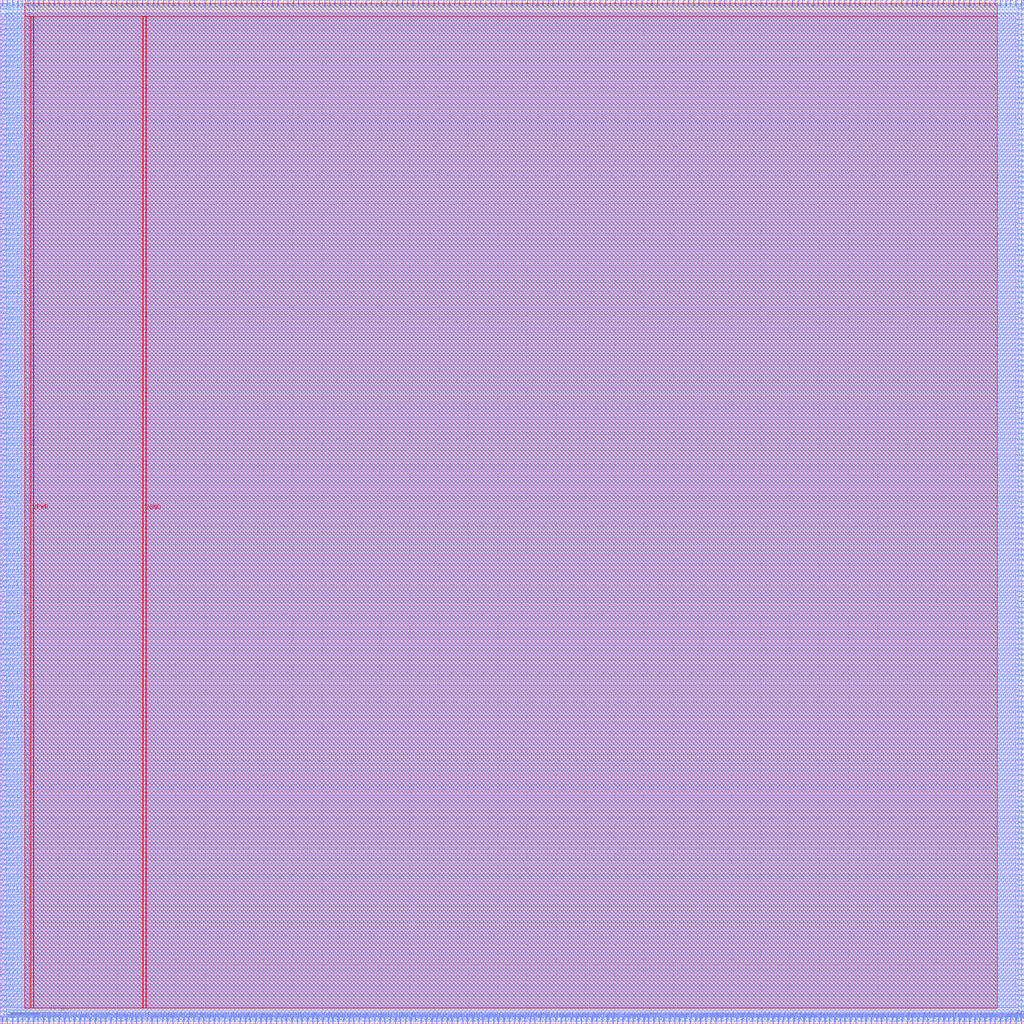
<source format=lef>
VERSION 5.7 ;
  NOWIREEXTENSIONATPIN ON ;
  DIVIDERCHAR "/" ;
  BUSBITCHARS "[]" ;
MACRO baked_disjoint_switch_box
  CLASS BLOCK ;
  FOREIGN baked_disjoint_switch_box ;
  ORIGIN 0.000 0.000 ;
  SIZE 700.000 BY 700.000 ;
  PIN cen
    DIRECTION INPUT ;
    PORT
      LAYER met2 ;
        RECT 694.230 0.000 694.510 4.000 ;
    END
  END cen
  PIN clk
    DIRECTION INPUT ;
    PORT
      LAYER met2 ;
        RECT 697.910 0.000 698.190 4.000 ;
    END
  END clk
  PIN cset
    DIRECTION INPUT ;
    PORT
      LAYER met2 ;
        RECT 694.230 696.000 694.510 700.000 ;
    END
  END cset
  PIN cset_out
    DIRECTION OUTPUT TRISTATE ;
    PORT
      LAYER met3 ;
        RECT 0.000 697.040 4.000 697.640 ;
    END
  END cset_out
  PIN east[0]
    DIRECTION INOUT ;
    PORT
      LAYER met3 ;
        RECT 696.000 1.400 700.000 2.000 ;
    END
  END east[0]
  PIN east[100]
    DIRECTION INOUT ;
    PORT
      LAYER met3 ;
        RECT 696.000 359.760 700.000 360.360 ;
    END
  END east[100]
  PIN east[101]
    DIRECTION INOUT ;
    PORT
      LAYER met3 ;
        RECT 696.000 363.160 700.000 363.760 ;
    END
  END east[101]
  PIN east[102]
    DIRECTION INOUT ;
    PORT
      LAYER met3 ;
        RECT 696.000 367.240 700.000 367.840 ;
    END
  END east[102]
  PIN east[103]
    DIRECTION INOUT ;
    PORT
      LAYER met3 ;
        RECT 696.000 370.640 700.000 371.240 ;
    END
  END east[103]
  PIN east[104]
    DIRECTION INOUT ;
    PORT
      LAYER met3 ;
        RECT 696.000 374.040 700.000 374.640 ;
    END
  END east[104]
  PIN east[105]
    DIRECTION INOUT ;
    PORT
      LAYER met3 ;
        RECT 696.000 378.120 700.000 378.720 ;
    END
  END east[105]
  PIN east[106]
    DIRECTION INOUT ;
    PORT
      LAYER met3 ;
        RECT 696.000 381.520 700.000 382.120 ;
    END
  END east[106]
  PIN east[107]
    DIRECTION INOUT ;
    PORT
      LAYER met3 ;
        RECT 696.000 384.920 700.000 385.520 ;
    END
  END east[107]
  PIN east[108]
    DIRECTION INOUT ;
    PORT
      LAYER met3 ;
        RECT 696.000 388.320 700.000 388.920 ;
    END
  END east[108]
  PIN east[109]
    DIRECTION INOUT ;
    PORT
      LAYER met3 ;
        RECT 696.000 392.400 700.000 393.000 ;
    END
  END east[109]
  PIN east[10]
    DIRECTION INOUT ;
    PORT
      LAYER met3 ;
        RECT 696.000 36.760 700.000 37.360 ;
    END
  END east[10]
  PIN east[110]
    DIRECTION INOUT ;
    PORT
      LAYER met3 ;
        RECT 696.000 395.800 700.000 396.400 ;
    END
  END east[110]
  PIN east[111]
    DIRECTION INOUT ;
    PORT
      LAYER met3 ;
        RECT 696.000 399.200 700.000 399.800 ;
    END
  END east[111]
  PIN east[112]
    DIRECTION INOUT ;
    PORT
      LAYER met3 ;
        RECT 696.000 403.280 700.000 403.880 ;
    END
  END east[112]
  PIN east[113]
    DIRECTION INOUT ;
    PORT
      LAYER met3 ;
        RECT 696.000 406.680 700.000 407.280 ;
    END
  END east[113]
  PIN east[114]
    DIRECTION INOUT ;
    PORT
      LAYER met3 ;
        RECT 696.000 410.080 700.000 410.680 ;
    END
  END east[114]
  PIN east[115]
    DIRECTION INOUT ;
    PORT
      LAYER met3 ;
        RECT 696.000 413.480 700.000 414.080 ;
    END
  END east[115]
  PIN east[116]
    DIRECTION INOUT ;
    PORT
      LAYER met3 ;
        RECT 696.000 417.560 700.000 418.160 ;
    END
  END east[116]
  PIN east[117]
    DIRECTION INOUT ;
    PORT
      LAYER met3 ;
        RECT 696.000 420.960 700.000 421.560 ;
    END
  END east[117]
  PIN east[118]
    DIRECTION INOUT ;
    PORT
      LAYER met3 ;
        RECT 696.000 424.360 700.000 424.960 ;
    END
  END east[118]
  PIN east[119]
    DIRECTION INOUT ;
    PORT
      LAYER met3 ;
        RECT 696.000 427.760 700.000 428.360 ;
    END
  END east[119]
  PIN east[11]
    DIRECTION INOUT ;
    PORT
      LAYER met3 ;
        RECT 696.000 40.840 700.000 41.440 ;
    END
  END east[11]
  PIN east[120]
    DIRECTION INOUT ;
    PORT
      LAYER met3 ;
        RECT 696.000 431.840 700.000 432.440 ;
    END
  END east[120]
  PIN east[121]
    DIRECTION INOUT ;
    PORT
      LAYER met3 ;
        RECT 696.000 435.240 700.000 435.840 ;
    END
  END east[121]
  PIN east[122]
    DIRECTION INOUT ;
    PORT
      LAYER met3 ;
        RECT 696.000 438.640 700.000 439.240 ;
    END
  END east[122]
  PIN east[123]
    DIRECTION INOUT ;
    PORT
      LAYER met3 ;
        RECT 696.000 442.720 700.000 443.320 ;
    END
  END east[123]
  PIN east[124]
    DIRECTION INOUT ;
    PORT
      LAYER met3 ;
        RECT 696.000 446.120 700.000 446.720 ;
    END
  END east[124]
  PIN east[125]
    DIRECTION INOUT ;
    PORT
      LAYER met3 ;
        RECT 696.000 449.520 700.000 450.120 ;
    END
  END east[125]
  PIN east[126]
    DIRECTION INOUT ;
    PORT
      LAYER met3 ;
        RECT 696.000 452.920 700.000 453.520 ;
    END
  END east[126]
  PIN east[127]
    DIRECTION INOUT ;
    PORT
      LAYER met3 ;
        RECT 696.000 457.000 700.000 457.600 ;
    END
  END east[127]
  PIN east[128]
    DIRECTION INOUT ;
    PORT
      LAYER met3 ;
        RECT 696.000 460.400 700.000 461.000 ;
    END
  END east[128]
  PIN east[129]
    DIRECTION INOUT ;
    PORT
      LAYER met3 ;
        RECT 696.000 463.800 700.000 464.400 ;
    END
  END east[129]
  PIN east[12]
    DIRECTION INOUT ;
    PORT
      LAYER met3 ;
        RECT 696.000 44.240 700.000 44.840 ;
    END
  END east[12]
  PIN east[130]
    DIRECTION INOUT ;
    PORT
      LAYER met3 ;
        RECT 696.000 467.880 700.000 468.480 ;
    END
  END east[130]
  PIN east[131]
    DIRECTION INOUT ;
    PORT
      LAYER met3 ;
        RECT 696.000 471.280 700.000 471.880 ;
    END
  END east[131]
  PIN east[132]
    DIRECTION INOUT ;
    PORT
      LAYER met3 ;
        RECT 696.000 474.680 700.000 475.280 ;
    END
  END east[132]
  PIN east[133]
    DIRECTION INOUT ;
    PORT
      LAYER met3 ;
        RECT 696.000 478.080 700.000 478.680 ;
    END
  END east[133]
  PIN east[134]
    DIRECTION INOUT ;
    PORT
      LAYER met3 ;
        RECT 696.000 482.160 700.000 482.760 ;
    END
  END east[134]
  PIN east[135]
    DIRECTION INOUT ;
    PORT
      LAYER met3 ;
        RECT 696.000 485.560 700.000 486.160 ;
    END
  END east[135]
  PIN east[136]
    DIRECTION INOUT ;
    PORT
      LAYER met3 ;
        RECT 696.000 488.960 700.000 489.560 ;
    END
  END east[136]
  PIN east[137]
    DIRECTION INOUT ;
    PORT
      LAYER met3 ;
        RECT 696.000 492.360 700.000 492.960 ;
    END
  END east[137]
  PIN east[138]
    DIRECTION INOUT ;
    PORT
      LAYER met3 ;
        RECT 696.000 496.440 700.000 497.040 ;
    END
  END east[138]
  PIN east[139]
    DIRECTION INOUT ;
    PORT
      LAYER met3 ;
        RECT 696.000 499.840 700.000 500.440 ;
    END
  END east[139]
  PIN east[13]
    DIRECTION INOUT ;
    PORT
      LAYER met3 ;
        RECT 696.000 47.640 700.000 48.240 ;
    END
  END east[13]
  PIN east[140]
    DIRECTION INOUT ;
    PORT
      LAYER met3 ;
        RECT 696.000 503.240 700.000 503.840 ;
    END
  END east[140]
  PIN east[141]
    DIRECTION INOUT ;
    PORT
      LAYER met3 ;
        RECT 696.000 507.320 700.000 507.920 ;
    END
  END east[141]
  PIN east[142]
    DIRECTION INOUT ;
    PORT
      LAYER met3 ;
        RECT 696.000 510.720 700.000 511.320 ;
    END
  END east[142]
  PIN east[143]
    DIRECTION INOUT ;
    PORT
      LAYER met3 ;
        RECT 696.000 514.120 700.000 514.720 ;
    END
  END east[143]
  PIN east[144]
    DIRECTION INOUT ;
    PORT
      LAYER met3 ;
        RECT 696.000 517.520 700.000 518.120 ;
    END
  END east[144]
  PIN east[145]
    DIRECTION INOUT ;
    PORT
      LAYER met3 ;
        RECT 696.000 521.600 700.000 522.200 ;
    END
  END east[145]
  PIN east[146]
    DIRECTION INOUT ;
    PORT
      LAYER met3 ;
        RECT 696.000 525.000 700.000 525.600 ;
    END
  END east[146]
  PIN east[147]
    DIRECTION INOUT ;
    PORT
      LAYER met3 ;
        RECT 696.000 528.400 700.000 529.000 ;
    END
  END east[147]
  PIN east[148]
    DIRECTION INOUT ;
    PORT
      LAYER met3 ;
        RECT 696.000 531.800 700.000 532.400 ;
    END
  END east[148]
  PIN east[149]
    DIRECTION INOUT ;
    PORT
      LAYER met3 ;
        RECT 696.000 535.880 700.000 536.480 ;
    END
  END east[149]
  PIN east[14]
    DIRECTION INOUT ;
    PORT
      LAYER met3 ;
        RECT 696.000 51.040 700.000 51.640 ;
    END
  END east[14]
  PIN east[150]
    DIRECTION INOUT ;
    PORT
      LAYER met3 ;
        RECT 696.000 539.280 700.000 539.880 ;
    END
  END east[150]
  PIN east[151]
    DIRECTION INOUT ;
    PORT
      LAYER met3 ;
        RECT 696.000 542.680 700.000 543.280 ;
    END
  END east[151]
  PIN east[152]
    DIRECTION INOUT ;
    PORT
      LAYER met3 ;
        RECT 696.000 546.760 700.000 547.360 ;
    END
  END east[152]
  PIN east[153]
    DIRECTION INOUT ;
    PORT
      LAYER met3 ;
        RECT 696.000 550.160 700.000 550.760 ;
    END
  END east[153]
  PIN east[154]
    DIRECTION INOUT ;
    PORT
      LAYER met3 ;
        RECT 696.000 553.560 700.000 554.160 ;
    END
  END east[154]
  PIN east[155]
    DIRECTION INOUT ;
    PORT
      LAYER met3 ;
        RECT 696.000 556.960 700.000 557.560 ;
    END
  END east[155]
  PIN east[156]
    DIRECTION INOUT ;
    PORT
      LAYER met3 ;
        RECT 696.000 561.040 700.000 561.640 ;
    END
  END east[156]
  PIN east[157]
    DIRECTION INOUT ;
    PORT
      LAYER met3 ;
        RECT 696.000 564.440 700.000 565.040 ;
    END
  END east[157]
  PIN east[158]
    DIRECTION INOUT ;
    PORT
      LAYER met3 ;
        RECT 696.000 567.840 700.000 568.440 ;
    END
  END east[158]
  PIN east[159]
    DIRECTION INOUT ;
    PORT
      LAYER met3 ;
        RECT 696.000 571.920 700.000 572.520 ;
    END
  END east[159]
  PIN east[15]
    DIRECTION INOUT ;
    PORT
      LAYER met3 ;
        RECT 696.000 55.120 700.000 55.720 ;
    END
  END east[15]
  PIN east[160]
    DIRECTION INOUT ;
    PORT
      LAYER met3 ;
        RECT 696.000 575.320 700.000 575.920 ;
    END
  END east[160]
  PIN east[161]
    DIRECTION INOUT ;
    PORT
      LAYER met3 ;
        RECT 696.000 578.720 700.000 579.320 ;
    END
  END east[161]
  PIN east[162]
    DIRECTION INOUT ;
    PORT
      LAYER met3 ;
        RECT 696.000 582.120 700.000 582.720 ;
    END
  END east[162]
  PIN east[163]
    DIRECTION INOUT ;
    PORT
      LAYER met3 ;
        RECT 696.000 586.200 700.000 586.800 ;
    END
  END east[163]
  PIN east[164]
    DIRECTION INOUT ;
    PORT
      LAYER met3 ;
        RECT 696.000 589.600 700.000 590.200 ;
    END
  END east[164]
  PIN east[165]
    DIRECTION INOUT ;
    PORT
      LAYER met3 ;
        RECT 696.000 593.000 700.000 593.600 ;
    END
  END east[165]
  PIN east[166]
    DIRECTION INOUT ;
    PORT
      LAYER met3 ;
        RECT 696.000 596.400 700.000 597.000 ;
    END
  END east[166]
  PIN east[167]
    DIRECTION INOUT ;
    PORT
      LAYER met3 ;
        RECT 696.000 600.480 700.000 601.080 ;
    END
  END east[167]
  PIN east[168]
    DIRECTION INOUT ;
    PORT
      LAYER met3 ;
        RECT 696.000 603.880 700.000 604.480 ;
    END
  END east[168]
  PIN east[169]
    DIRECTION INOUT ;
    PORT
      LAYER met3 ;
        RECT 696.000 607.280 700.000 607.880 ;
    END
  END east[169]
  PIN east[16]
    DIRECTION INOUT ;
    PORT
      LAYER met3 ;
        RECT 696.000 58.520 700.000 59.120 ;
    END
  END east[16]
  PIN east[170]
    DIRECTION INOUT ;
    PORT
      LAYER met3 ;
        RECT 696.000 611.360 700.000 611.960 ;
    END
  END east[170]
  PIN east[171]
    DIRECTION INOUT ;
    PORT
      LAYER met3 ;
        RECT 696.000 614.760 700.000 615.360 ;
    END
  END east[171]
  PIN east[172]
    DIRECTION INOUT ;
    PORT
      LAYER met3 ;
        RECT 696.000 618.160 700.000 618.760 ;
    END
  END east[172]
  PIN east[173]
    DIRECTION INOUT ;
    PORT
      LAYER met3 ;
        RECT 696.000 621.560 700.000 622.160 ;
    END
  END east[173]
  PIN east[174]
    DIRECTION INOUT ;
    PORT
      LAYER met3 ;
        RECT 696.000 625.640 700.000 626.240 ;
    END
  END east[174]
  PIN east[175]
    DIRECTION INOUT ;
    PORT
      LAYER met3 ;
        RECT 696.000 629.040 700.000 629.640 ;
    END
  END east[175]
  PIN east[176]
    DIRECTION INOUT ;
    PORT
      LAYER met3 ;
        RECT 696.000 632.440 700.000 633.040 ;
    END
  END east[176]
  PIN east[177]
    DIRECTION INOUT ;
    PORT
      LAYER met3 ;
        RECT 696.000 636.520 700.000 637.120 ;
    END
  END east[177]
  PIN east[178]
    DIRECTION INOUT ;
    PORT
      LAYER met3 ;
        RECT 696.000 639.920 700.000 640.520 ;
    END
  END east[178]
  PIN east[179]
    DIRECTION INOUT ;
    PORT
      LAYER met3 ;
        RECT 696.000 643.320 700.000 643.920 ;
    END
  END east[179]
  PIN east[17]
    DIRECTION INOUT ;
    PORT
      LAYER met3 ;
        RECT 696.000 61.920 700.000 62.520 ;
    END
  END east[17]
  PIN east[180]
    DIRECTION INOUT ;
    PORT
      LAYER met3 ;
        RECT 696.000 646.720 700.000 647.320 ;
    END
  END east[180]
  PIN east[181]
    DIRECTION INOUT ;
    PORT
      LAYER met3 ;
        RECT 696.000 650.800 700.000 651.400 ;
    END
  END east[181]
  PIN east[182]
    DIRECTION INOUT ;
    PORT
      LAYER met3 ;
        RECT 696.000 654.200 700.000 654.800 ;
    END
  END east[182]
  PIN east[183]
    DIRECTION INOUT ;
    PORT
      LAYER met3 ;
        RECT 696.000 657.600 700.000 658.200 ;
    END
  END east[183]
  PIN east[184]
    DIRECTION INOUT ;
    PORT
      LAYER met3 ;
        RECT 696.000 661.000 700.000 661.600 ;
    END
  END east[184]
  PIN east[185]
    DIRECTION INOUT ;
    PORT
      LAYER met3 ;
        RECT 696.000 665.080 700.000 665.680 ;
    END
  END east[185]
  PIN east[186]
    DIRECTION INOUT ;
    PORT
      LAYER met3 ;
        RECT 696.000 668.480 700.000 669.080 ;
    END
  END east[186]
  PIN east[187]
    DIRECTION INOUT ;
    PORT
      LAYER met3 ;
        RECT 696.000 671.880 700.000 672.480 ;
    END
  END east[187]
  PIN east[188]
    DIRECTION INOUT ;
    PORT
      LAYER met3 ;
        RECT 696.000 675.960 700.000 676.560 ;
    END
  END east[188]
  PIN east[189]
    DIRECTION INOUT ;
    PORT
      LAYER met3 ;
        RECT 696.000 679.360 700.000 679.960 ;
    END
  END east[189]
  PIN east[18]
    DIRECTION INOUT ;
    PORT
      LAYER met3 ;
        RECT 696.000 65.320 700.000 65.920 ;
    END
  END east[18]
  PIN east[190]
    DIRECTION INOUT ;
    PORT
      LAYER met3 ;
        RECT 696.000 682.760 700.000 683.360 ;
    END
  END east[190]
  PIN east[191]
    DIRECTION INOUT ;
    PORT
      LAYER met3 ;
        RECT 696.000 686.160 700.000 686.760 ;
    END
  END east[191]
  PIN east[192]
    DIRECTION INOUT ;
    PORT
      LAYER met3 ;
        RECT 696.000 690.240 700.000 690.840 ;
    END
  END east[192]
  PIN east[193]
    DIRECTION INOUT ;
    PORT
      LAYER met3 ;
        RECT 696.000 693.640 700.000 694.240 ;
    END
  END east[193]
  PIN east[19]
    DIRECTION INOUT ;
    PORT
      LAYER met3 ;
        RECT 696.000 69.400 700.000 70.000 ;
    END
  END east[19]
  PIN east[1]
    DIRECTION INOUT ;
    PORT
      LAYER met3 ;
        RECT 696.000 4.800 700.000 5.400 ;
    END
  END east[1]
  PIN east[20]
    DIRECTION INOUT ;
    PORT
      LAYER met3 ;
        RECT 696.000 72.800 700.000 73.400 ;
    END
  END east[20]
  PIN east[21]
    DIRECTION INOUT ;
    PORT
      LAYER met3 ;
        RECT 696.000 76.200 700.000 76.800 ;
    END
  END east[21]
  PIN east[22]
    DIRECTION INOUT ;
    PORT
      LAYER met3 ;
        RECT 696.000 80.280 700.000 80.880 ;
    END
  END east[22]
  PIN east[23]
    DIRECTION INOUT ;
    PORT
      LAYER met3 ;
        RECT 696.000 83.680 700.000 84.280 ;
    END
  END east[23]
  PIN east[24]
    DIRECTION INOUT ;
    PORT
      LAYER met3 ;
        RECT 696.000 87.080 700.000 87.680 ;
    END
  END east[24]
  PIN east[25]
    DIRECTION INOUT ;
    PORT
      LAYER met3 ;
        RECT 696.000 90.480 700.000 91.080 ;
    END
  END east[25]
  PIN east[26]
    DIRECTION INOUT ;
    PORT
      LAYER met3 ;
        RECT 696.000 94.560 700.000 95.160 ;
    END
  END east[26]
  PIN east[27]
    DIRECTION INOUT ;
    PORT
      LAYER met3 ;
        RECT 696.000 97.960 700.000 98.560 ;
    END
  END east[27]
  PIN east[28]
    DIRECTION INOUT ;
    PORT
      LAYER met3 ;
        RECT 696.000 101.360 700.000 101.960 ;
    END
  END east[28]
  PIN east[29]
    DIRECTION INOUT ;
    PORT
      LAYER met3 ;
        RECT 696.000 105.440 700.000 106.040 ;
    END
  END east[29]
  PIN east[2]
    DIRECTION INOUT ;
    PORT
      LAYER met3 ;
        RECT 696.000 8.200 700.000 8.800 ;
    END
  END east[2]
  PIN east[30]
    DIRECTION INOUT ;
    PORT
      LAYER met3 ;
        RECT 696.000 108.840 700.000 109.440 ;
    END
  END east[30]
  PIN east[31]
    DIRECTION INOUT ;
    PORT
      LAYER met3 ;
        RECT 696.000 112.240 700.000 112.840 ;
    END
  END east[31]
  PIN east[32]
    DIRECTION INOUT ;
    PORT
      LAYER met3 ;
        RECT 696.000 115.640 700.000 116.240 ;
    END
  END east[32]
  PIN east[33]
    DIRECTION INOUT ;
    PORT
      LAYER met3 ;
        RECT 696.000 119.720 700.000 120.320 ;
    END
  END east[33]
  PIN east[34]
    DIRECTION INOUT ;
    PORT
      LAYER met3 ;
        RECT 696.000 123.120 700.000 123.720 ;
    END
  END east[34]
  PIN east[35]
    DIRECTION INOUT ;
    PORT
      LAYER met3 ;
        RECT 696.000 126.520 700.000 127.120 ;
    END
  END east[35]
  PIN east[36]
    DIRECTION INOUT ;
    PORT
      LAYER met3 ;
        RECT 696.000 129.920 700.000 130.520 ;
    END
  END east[36]
  PIN east[37]
    DIRECTION INOUT ;
    PORT
      LAYER met3 ;
        RECT 696.000 134.000 700.000 134.600 ;
    END
  END east[37]
  PIN east[38]
    DIRECTION INOUT ;
    PORT
      LAYER met3 ;
        RECT 696.000 137.400 700.000 138.000 ;
    END
  END east[38]
  PIN east[39]
    DIRECTION INOUT ;
    PORT
      LAYER met3 ;
        RECT 696.000 140.800 700.000 141.400 ;
    END
  END east[39]
  PIN east[3]
    DIRECTION INOUT ;
    PORT
      LAYER met3 ;
        RECT 696.000 11.600 700.000 12.200 ;
    END
  END east[3]
  PIN east[40]
    DIRECTION INOUT ;
    PORT
      LAYER met3 ;
        RECT 696.000 144.880 700.000 145.480 ;
    END
  END east[40]
  PIN east[41]
    DIRECTION INOUT ;
    PORT
      LAYER met3 ;
        RECT 696.000 148.280 700.000 148.880 ;
    END
  END east[41]
  PIN east[42]
    DIRECTION INOUT ;
    PORT
      LAYER met3 ;
        RECT 696.000 151.680 700.000 152.280 ;
    END
  END east[42]
  PIN east[43]
    DIRECTION INOUT ;
    PORT
      LAYER met3 ;
        RECT 696.000 155.080 700.000 155.680 ;
    END
  END east[43]
  PIN east[44]
    DIRECTION INOUT ;
    PORT
      LAYER met3 ;
        RECT 696.000 159.160 700.000 159.760 ;
    END
  END east[44]
  PIN east[45]
    DIRECTION INOUT ;
    PORT
      LAYER met3 ;
        RECT 696.000 162.560 700.000 163.160 ;
    END
  END east[45]
  PIN east[46]
    DIRECTION INOUT ;
    PORT
      LAYER met3 ;
        RECT 696.000 165.960 700.000 166.560 ;
    END
  END east[46]
  PIN east[47]
    DIRECTION INOUT ;
    PORT
      LAYER met3 ;
        RECT 696.000 170.040 700.000 170.640 ;
    END
  END east[47]
  PIN east[48]
    DIRECTION INOUT ;
    PORT
      LAYER met3 ;
        RECT 696.000 173.440 700.000 174.040 ;
    END
  END east[48]
  PIN east[49]
    DIRECTION INOUT ;
    PORT
      LAYER met3 ;
        RECT 696.000 176.840 700.000 177.440 ;
    END
  END east[49]
  PIN east[4]
    DIRECTION INOUT ;
    PORT
      LAYER met3 ;
        RECT 696.000 15.680 700.000 16.280 ;
    END
  END east[4]
  PIN east[50]
    DIRECTION INOUT ;
    PORT
      LAYER met3 ;
        RECT 696.000 180.240 700.000 180.840 ;
    END
  END east[50]
  PIN east[51]
    DIRECTION INOUT ;
    PORT
      LAYER met3 ;
        RECT 696.000 184.320 700.000 184.920 ;
    END
  END east[51]
  PIN east[52]
    DIRECTION INOUT ;
    PORT
      LAYER met3 ;
        RECT 696.000 187.720 700.000 188.320 ;
    END
  END east[52]
  PIN east[53]
    DIRECTION INOUT ;
    PORT
      LAYER met3 ;
        RECT 696.000 191.120 700.000 191.720 ;
    END
  END east[53]
  PIN east[54]
    DIRECTION INOUT ;
    PORT
      LAYER met3 ;
        RECT 696.000 194.520 700.000 195.120 ;
    END
  END east[54]
  PIN east[55]
    DIRECTION INOUT ;
    PORT
      LAYER met3 ;
        RECT 696.000 198.600 700.000 199.200 ;
    END
  END east[55]
  PIN east[56]
    DIRECTION INOUT ;
    PORT
      LAYER met3 ;
        RECT 696.000 202.000 700.000 202.600 ;
    END
  END east[56]
  PIN east[57]
    DIRECTION INOUT ;
    PORT
      LAYER met3 ;
        RECT 696.000 205.400 700.000 206.000 ;
    END
  END east[57]
  PIN east[58]
    DIRECTION INOUT ;
    PORT
      LAYER met3 ;
        RECT 696.000 209.480 700.000 210.080 ;
    END
  END east[58]
  PIN east[59]
    DIRECTION INOUT ;
    PORT
      LAYER met3 ;
        RECT 696.000 212.880 700.000 213.480 ;
    END
  END east[59]
  PIN east[5]
    DIRECTION INOUT ;
    PORT
      LAYER met3 ;
        RECT 696.000 19.080 700.000 19.680 ;
    END
  END east[5]
  PIN east[60]
    DIRECTION INOUT ;
    PORT
      LAYER met3 ;
        RECT 696.000 216.280 700.000 216.880 ;
    END
  END east[60]
  PIN east[61]
    DIRECTION INOUT ;
    PORT
      LAYER met3 ;
        RECT 696.000 219.680 700.000 220.280 ;
    END
  END east[61]
  PIN east[62]
    DIRECTION INOUT ;
    PORT
      LAYER met3 ;
        RECT 696.000 223.760 700.000 224.360 ;
    END
  END east[62]
  PIN east[63]
    DIRECTION INOUT ;
    PORT
      LAYER met3 ;
        RECT 696.000 227.160 700.000 227.760 ;
    END
  END east[63]
  PIN east[64]
    DIRECTION INOUT ;
    PORT
      LAYER met3 ;
        RECT 696.000 230.560 700.000 231.160 ;
    END
  END east[64]
  PIN east[65]
    DIRECTION INOUT ;
    PORT
      LAYER met3 ;
        RECT 696.000 234.640 700.000 235.240 ;
    END
  END east[65]
  PIN east[66]
    DIRECTION INOUT ;
    PORT
      LAYER met3 ;
        RECT 696.000 238.040 700.000 238.640 ;
    END
  END east[66]
  PIN east[67]
    DIRECTION INOUT ;
    PORT
      LAYER met3 ;
        RECT 696.000 241.440 700.000 242.040 ;
    END
  END east[67]
  PIN east[68]
    DIRECTION INOUT ;
    PORT
      LAYER met3 ;
        RECT 696.000 244.840 700.000 245.440 ;
    END
  END east[68]
  PIN east[69]
    DIRECTION INOUT ;
    PORT
      LAYER met3 ;
        RECT 696.000 248.920 700.000 249.520 ;
    END
  END east[69]
  PIN east[6]
    DIRECTION INOUT ;
    PORT
      LAYER met3 ;
        RECT 696.000 22.480 700.000 23.080 ;
    END
  END east[6]
  PIN east[70]
    DIRECTION INOUT ;
    PORT
      LAYER met3 ;
        RECT 696.000 252.320 700.000 252.920 ;
    END
  END east[70]
  PIN east[71]
    DIRECTION INOUT ;
    PORT
      LAYER met3 ;
        RECT 696.000 255.720 700.000 256.320 ;
    END
  END east[71]
  PIN east[72]
    DIRECTION INOUT ;
    PORT
      LAYER met3 ;
        RECT 696.000 259.120 700.000 259.720 ;
    END
  END east[72]
  PIN east[73]
    DIRECTION INOUT ;
    PORT
      LAYER met3 ;
        RECT 696.000 263.200 700.000 263.800 ;
    END
  END east[73]
  PIN east[74]
    DIRECTION INOUT ;
    PORT
      LAYER met3 ;
        RECT 696.000 266.600 700.000 267.200 ;
    END
  END east[74]
  PIN east[75]
    DIRECTION INOUT ;
    PORT
      LAYER met3 ;
        RECT 696.000 270.000 700.000 270.600 ;
    END
  END east[75]
  PIN east[76]
    DIRECTION INOUT ;
    PORT
      LAYER met3 ;
        RECT 696.000 274.080 700.000 274.680 ;
    END
  END east[76]
  PIN east[77]
    DIRECTION INOUT ;
    PORT
      LAYER met3 ;
        RECT 696.000 277.480 700.000 278.080 ;
    END
  END east[77]
  PIN east[78]
    DIRECTION INOUT ;
    PORT
      LAYER met3 ;
        RECT 696.000 280.880 700.000 281.480 ;
    END
  END east[78]
  PIN east[79]
    DIRECTION INOUT ;
    PORT
      LAYER met3 ;
        RECT 696.000 284.280 700.000 284.880 ;
    END
  END east[79]
  PIN east[7]
    DIRECTION INOUT ;
    PORT
      LAYER met3 ;
        RECT 696.000 25.880 700.000 26.480 ;
    END
  END east[7]
  PIN east[80]
    DIRECTION INOUT ;
    PORT
      LAYER met3 ;
        RECT 696.000 288.360 700.000 288.960 ;
    END
  END east[80]
  PIN east[81]
    DIRECTION INOUT ;
    PORT
      LAYER met3 ;
        RECT 696.000 291.760 700.000 292.360 ;
    END
  END east[81]
  PIN east[82]
    DIRECTION INOUT ;
    PORT
      LAYER met3 ;
        RECT 696.000 295.160 700.000 295.760 ;
    END
  END east[82]
  PIN east[83]
    DIRECTION INOUT ;
    PORT
      LAYER met3 ;
        RECT 696.000 298.560 700.000 299.160 ;
    END
  END east[83]
  PIN east[84]
    DIRECTION INOUT ;
    PORT
      LAYER met3 ;
        RECT 696.000 302.640 700.000 303.240 ;
    END
  END east[84]
  PIN east[85]
    DIRECTION INOUT ;
    PORT
      LAYER met3 ;
        RECT 696.000 306.040 700.000 306.640 ;
    END
  END east[85]
  PIN east[86]
    DIRECTION INOUT ;
    PORT
      LAYER met3 ;
        RECT 696.000 309.440 700.000 310.040 ;
    END
  END east[86]
  PIN east[87]
    DIRECTION INOUT ;
    PORT
      LAYER met3 ;
        RECT 696.000 313.520 700.000 314.120 ;
    END
  END east[87]
  PIN east[88]
    DIRECTION INOUT ;
    PORT
      LAYER met3 ;
        RECT 696.000 316.920 700.000 317.520 ;
    END
  END east[88]
  PIN east[89]
    DIRECTION INOUT ;
    PORT
      LAYER met3 ;
        RECT 696.000 320.320 700.000 320.920 ;
    END
  END east[89]
  PIN east[8]
    DIRECTION INOUT ;
    PORT
      LAYER met3 ;
        RECT 696.000 29.960 700.000 30.560 ;
    END
  END east[8]
  PIN east[90]
    DIRECTION INOUT ;
    PORT
      LAYER met3 ;
        RECT 696.000 323.720 700.000 324.320 ;
    END
  END east[90]
  PIN east[91]
    DIRECTION INOUT ;
    PORT
      LAYER met3 ;
        RECT 696.000 327.800 700.000 328.400 ;
    END
  END east[91]
  PIN east[92]
    DIRECTION INOUT ;
    PORT
      LAYER met3 ;
        RECT 696.000 331.200 700.000 331.800 ;
    END
  END east[92]
  PIN east[93]
    DIRECTION INOUT ;
    PORT
      LAYER met3 ;
        RECT 696.000 334.600 700.000 335.200 ;
    END
  END east[93]
  PIN east[94]
    DIRECTION INOUT ;
    PORT
      LAYER met3 ;
        RECT 696.000 338.680 700.000 339.280 ;
    END
  END east[94]
  PIN east[95]
    DIRECTION INOUT ;
    PORT
      LAYER met3 ;
        RECT 696.000 342.080 700.000 342.680 ;
    END
  END east[95]
  PIN east[96]
    DIRECTION INOUT ;
    PORT
      LAYER met3 ;
        RECT 696.000 345.480 700.000 346.080 ;
    END
  END east[96]
  PIN east[97]
    DIRECTION INOUT ;
    PORT
      LAYER met3 ;
        RECT 696.000 348.880 700.000 349.480 ;
    END
  END east[97]
  PIN east[98]
    DIRECTION INOUT ;
    PORT
      LAYER met3 ;
        RECT 696.000 352.960 700.000 353.560 ;
    END
  END east[98]
  PIN east[99]
    DIRECTION INOUT ;
    PORT
      LAYER met3 ;
        RECT 696.000 356.360 700.000 356.960 ;
    END
  END east[99]
  PIN east[9]
    DIRECTION INOUT ;
    PORT
      LAYER met3 ;
        RECT 696.000 33.360 700.000 33.960 ;
    END
  END east[9]
  PIN north[0]
    DIRECTION INOUT ;
    PORT
      LAYER met2 ;
        RECT 1.470 696.000 1.750 700.000 ;
    END
  END north[0]
  PIN north[100]
    DIRECTION INOUT ;
    PORT
      LAYER met2 ;
        RECT 356.590 696.000 356.870 700.000 ;
    END
  END north[100]
  PIN north[101]
    DIRECTION INOUT ;
    PORT
      LAYER met2 ;
        RECT 360.270 696.000 360.550 700.000 ;
    END
  END north[101]
  PIN north[102]
    DIRECTION INOUT ;
    PORT
      LAYER met2 ;
        RECT 363.950 696.000 364.230 700.000 ;
    END
  END north[102]
  PIN north[103]
    DIRECTION INOUT ;
    PORT
      LAYER met2 ;
        RECT 367.170 696.000 367.450 700.000 ;
    END
  END north[103]
  PIN north[104]
    DIRECTION INOUT ;
    PORT
      LAYER met2 ;
        RECT 370.850 696.000 371.130 700.000 ;
    END
  END north[104]
  PIN north[105]
    DIRECTION INOUT ;
    PORT
      LAYER met2 ;
        RECT 374.530 696.000 374.810 700.000 ;
    END
  END north[105]
  PIN north[106]
    DIRECTION INOUT ;
    PORT
      LAYER met2 ;
        RECT 377.750 696.000 378.030 700.000 ;
    END
  END north[106]
  PIN north[107]
    DIRECTION INOUT ;
    PORT
      LAYER met2 ;
        RECT 381.430 696.000 381.710 700.000 ;
    END
  END north[107]
  PIN north[108]
    DIRECTION INOUT ;
    PORT
      LAYER met2 ;
        RECT 385.110 696.000 385.390 700.000 ;
    END
  END north[108]
  PIN north[109]
    DIRECTION INOUT ;
    PORT
      LAYER met2 ;
        RECT 388.790 696.000 389.070 700.000 ;
    END
  END north[109]
  PIN north[10]
    DIRECTION INOUT ;
    PORT
      LAYER met2 ;
        RECT 36.890 696.000 37.170 700.000 ;
    END
  END north[10]
  PIN north[110]
    DIRECTION INOUT ;
    PORT
      LAYER met2 ;
        RECT 392.010 696.000 392.290 700.000 ;
    END
  END north[110]
  PIN north[111]
    DIRECTION INOUT ;
    PORT
      LAYER met2 ;
        RECT 395.690 696.000 395.970 700.000 ;
    END
  END north[111]
  PIN north[112]
    DIRECTION INOUT ;
    PORT
      LAYER met2 ;
        RECT 399.370 696.000 399.650 700.000 ;
    END
  END north[112]
  PIN north[113]
    DIRECTION INOUT ;
    PORT
      LAYER met2 ;
        RECT 403.050 696.000 403.330 700.000 ;
    END
  END north[113]
  PIN north[114]
    DIRECTION INOUT ;
    PORT
      LAYER met2 ;
        RECT 406.270 696.000 406.550 700.000 ;
    END
  END north[114]
  PIN north[115]
    DIRECTION INOUT ;
    PORT
      LAYER met2 ;
        RECT 409.950 696.000 410.230 700.000 ;
    END
  END north[115]
  PIN north[116]
    DIRECTION INOUT ;
    PORT
      LAYER met2 ;
        RECT 413.630 696.000 413.910 700.000 ;
    END
  END north[116]
  PIN north[117]
    DIRECTION INOUT ;
    PORT
      LAYER met2 ;
        RECT 416.850 696.000 417.130 700.000 ;
    END
  END north[117]
  PIN north[118]
    DIRECTION INOUT ;
    PORT
      LAYER met2 ;
        RECT 420.530 696.000 420.810 700.000 ;
    END
  END north[118]
  PIN north[119]
    DIRECTION INOUT ;
    PORT
      LAYER met2 ;
        RECT 424.210 696.000 424.490 700.000 ;
    END
  END north[119]
  PIN north[11]
    DIRECTION INOUT ;
    PORT
      LAYER met2 ;
        RECT 40.110 696.000 40.390 700.000 ;
    END
  END north[11]
  PIN north[120]
    DIRECTION INOUT ;
    PORT
      LAYER met2 ;
        RECT 427.890 696.000 428.170 700.000 ;
    END
  END north[120]
  PIN north[121]
    DIRECTION INOUT ;
    PORT
      LAYER met2 ;
        RECT 431.110 696.000 431.390 700.000 ;
    END
  END north[121]
  PIN north[122]
    DIRECTION INOUT ;
    PORT
      LAYER met2 ;
        RECT 434.790 696.000 435.070 700.000 ;
    END
  END north[122]
  PIN north[123]
    DIRECTION INOUT ;
    PORT
      LAYER met2 ;
        RECT 438.470 696.000 438.750 700.000 ;
    END
  END north[123]
  PIN north[124]
    DIRECTION INOUT ;
    PORT
      LAYER met2 ;
        RECT 442.150 696.000 442.430 700.000 ;
    END
  END north[124]
  PIN north[125]
    DIRECTION INOUT ;
    PORT
      LAYER met2 ;
        RECT 445.370 696.000 445.650 700.000 ;
    END
  END north[125]
  PIN north[126]
    DIRECTION INOUT ;
    PORT
      LAYER met2 ;
        RECT 449.050 696.000 449.330 700.000 ;
    END
  END north[126]
  PIN north[127]
    DIRECTION INOUT ;
    PORT
      LAYER met2 ;
        RECT 452.730 696.000 453.010 700.000 ;
    END
  END north[127]
  PIN north[128]
    DIRECTION INOUT ;
    PORT
      LAYER met2 ;
        RECT 455.950 696.000 456.230 700.000 ;
    END
  END north[128]
  PIN north[129]
    DIRECTION INOUT ;
    PORT
      LAYER met2 ;
        RECT 459.630 696.000 459.910 700.000 ;
    END
  END north[129]
  PIN north[12]
    DIRECTION INOUT ;
    PORT
      LAYER met2 ;
        RECT 43.790 696.000 44.070 700.000 ;
    END
  END north[12]
  PIN north[130]
    DIRECTION INOUT ;
    PORT
      LAYER met2 ;
        RECT 463.310 696.000 463.590 700.000 ;
    END
  END north[130]
  PIN north[131]
    DIRECTION INOUT ;
    PORT
      LAYER met2 ;
        RECT 466.990 696.000 467.270 700.000 ;
    END
  END north[131]
  PIN north[132]
    DIRECTION INOUT ;
    PORT
      LAYER met2 ;
        RECT 470.210 696.000 470.490 700.000 ;
    END
  END north[132]
  PIN north[133]
    DIRECTION INOUT ;
    PORT
      LAYER met2 ;
        RECT 473.890 696.000 474.170 700.000 ;
    END
  END north[133]
  PIN north[134]
    DIRECTION INOUT ;
    PORT
      LAYER met2 ;
        RECT 477.570 696.000 477.850 700.000 ;
    END
  END north[134]
  PIN north[135]
    DIRECTION INOUT ;
    PORT
      LAYER met2 ;
        RECT 480.790 696.000 481.070 700.000 ;
    END
  END north[135]
  PIN north[136]
    DIRECTION INOUT ;
    PORT
      LAYER met2 ;
        RECT 484.470 696.000 484.750 700.000 ;
    END
  END north[136]
  PIN north[137]
    DIRECTION INOUT ;
    PORT
      LAYER met2 ;
        RECT 488.150 696.000 488.430 700.000 ;
    END
  END north[137]
  PIN north[138]
    DIRECTION INOUT ;
    PORT
      LAYER met2 ;
        RECT 491.830 696.000 492.110 700.000 ;
    END
  END north[138]
  PIN north[139]
    DIRECTION INOUT ;
    PORT
      LAYER met2 ;
        RECT 495.050 696.000 495.330 700.000 ;
    END
  END north[139]
  PIN north[13]
    DIRECTION INOUT ;
    PORT
      LAYER met2 ;
        RECT 47.470 696.000 47.750 700.000 ;
    END
  END north[13]
  PIN north[140]
    DIRECTION INOUT ;
    PORT
      LAYER met2 ;
        RECT 498.730 696.000 499.010 700.000 ;
    END
  END north[140]
  PIN north[141]
    DIRECTION INOUT ;
    PORT
      LAYER met2 ;
        RECT 502.410 696.000 502.690 700.000 ;
    END
  END north[141]
  PIN north[142]
    DIRECTION INOUT ;
    PORT
      LAYER met2 ;
        RECT 506.090 696.000 506.370 700.000 ;
    END
  END north[142]
  PIN north[143]
    DIRECTION INOUT ;
    PORT
      LAYER met2 ;
        RECT 509.310 696.000 509.590 700.000 ;
    END
  END north[143]
  PIN north[144]
    DIRECTION INOUT ;
    PORT
      LAYER met2 ;
        RECT 512.990 696.000 513.270 700.000 ;
    END
  END north[144]
  PIN north[145]
    DIRECTION INOUT ;
    PORT
      LAYER met2 ;
        RECT 516.670 696.000 516.950 700.000 ;
    END
  END north[145]
  PIN north[146]
    DIRECTION INOUT ;
    PORT
      LAYER met2 ;
        RECT 519.890 696.000 520.170 700.000 ;
    END
  END north[146]
  PIN north[147]
    DIRECTION INOUT ;
    PORT
      LAYER met2 ;
        RECT 523.570 696.000 523.850 700.000 ;
    END
  END north[147]
  PIN north[148]
    DIRECTION INOUT ;
    PORT
      LAYER met2 ;
        RECT 527.250 696.000 527.530 700.000 ;
    END
  END north[148]
  PIN north[149]
    DIRECTION INOUT ;
    PORT
      LAYER met2 ;
        RECT 530.930 696.000 531.210 700.000 ;
    END
  END north[149]
  PIN north[14]
    DIRECTION INOUT ;
    PORT
      LAYER met2 ;
        RECT 51.150 696.000 51.430 700.000 ;
    END
  END north[14]
  PIN north[150]
    DIRECTION INOUT ;
    PORT
      LAYER met2 ;
        RECT 534.150 696.000 534.430 700.000 ;
    END
  END north[150]
  PIN north[151]
    DIRECTION INOUT ;
    PORT
      LAYER met2 ;
        RECT 537.830 696.000 538.110 700.000 ;
    END
  END north[151]
  PIN north[152]
    DIRECTION INOUT ;
    PORT
      LAYER met2 ;
        RECT 541.510 696.000 541.790 700.000 ;
    END
  END north[152]
  PIN north[153]
    DIRECTION INOUT ;
    PORT
      LAYER met2 ;
        RECT 545.190 696.000 545.470 700.000 ;
    END
  END north[153]
  PIN north[154]
    DIRECTION INOUT ;
    PORT
      LAYER met2 ;
        RECT 548.410 696.000 548.690 700.000 ;
    END
  END north[154]
  PIN north[155]
    DIRECTION INOUT ;
    PORT
      LAYER met2 ;
        RECT 552.090 696.000 552.370 700.000 ;
    END
  END north[155]
  PIN north[156]
    DIRECTION INOUT ;
    PORT
      LAYER met2 ;
        RECT 555.770 696.000 556.050 700.000 ;
    END
  END north[156]
  PIN north[157]
    DIRECTION INOUT ;
    PORT
      LAYER met2 ;
        RECT 558.990 696.000 559.270 700.000 ;
    END
  END north[157]
  PIN north[158]
    DIRECTION INOUT ;
    PORT
      LAYER met2 ;
        RECT 562.670 696.000 562.950 700.000 ;
    END
  END north[158]
  PIN north[159]
    DIRECTION INOUT ;
    PORT
      LAYER met2 ;
        RECT 566.350 696.000 566.630 700.000 ;
    END
  END north[159]
  PIN north[15]
    DIRECTION INOUT ;
    PORT
      LAYER met2 ;
        RECT 54.370 696.000 54.650 700.000 ;
    END
  END north[15]
  PIN north[160]
    DIRECTION INOUT ;
    PORT
      LAYER met2 ;
        RECT 570.030 696.000 570.310 700.000 ;
    END
  END north[160]
  PIN north[161]
    DIRECTION INOUT ;
    PORT
      LAYER met2 ;
        RECT 573.250 696.000 573.530 700.000 ;
    END
  END north[161]
  PIN north[162]
    DIRECTION INOUT ;
    PORT
      LAYER met2 ;
        RECT 576.930 696.000 577.210 700.000 ;
    END
  END north[162]
  PIN north[163]
    DIRECTION INOUT ;
    PORT
      LAYER met2 ;
        RECT 580.610 696.000 580.890 700.000 ;
    END
  END north[163]
  PIN north[164]
    DIRECTION INOUT ;
    PORT
      LAYER met2 ;
        RECT 584.290 696.000 584.570 700.000 ;
    END
  END north[164]
  PIN north[165]
    DIRECTION INOUT ;
    PORT
      LAYER met2 ;
        RECT 587.510 696.000 587.790 700.000 ;
    END
  END north[165]
  PIN north[166]
    DIRECTION INOUT ;
    PORT
      LAYER met2 ;
        RECT 591.190 696.000 591.470 700.000 ;
    END
  END north[166]
  PIN north[167]
    DIRECTION INOUT ;
    PORT
      LAYER met2 ;
        RECT 594.870 696.000 595.150 700.000 ;
    END
  END north[167]
  PIN north[168]
    DIRECTION INOUT ;
    PORT
      LAYER met2 ;
        RECT 598.090 696.000 598.370 700.000 ;
    END
  END north[168]
  PIN north[169]
    DIRECTION INOUT ;
    PORT
      LAYER met2 ;
        RECT 601.770 696.000 602.050 700.000 ;
    END
  END north[169]
  PIN north[16]
    DIRECTION INOUT ;
    PORT
      LAYER met2 ;
        RECT 58.050 696.000 58.330 700.000 ;
    END
  END north[16]
  PIN north[170]
    DIRECTION INOUT ;
    PORT
      LAYER met2 ;
        RECT 605.450 696.000 605.730 700.000 ;
    END
  END north[170]
  PIN north[171]
    DIRECTION INOUT ;
    PORT
      LAYER met2 ;
        RECT 609.130 696.000 609.410 700.000 ;
    END
  END north[171]
  PIN north[172]
    DIRECTION INOUT ;
    PORT
      LAYER met2 ;
        RECT 612.350 696.000 612.630 700.000 ;
    END
  END north[172]
  PIN north[173]
    DIRECTION INOUT ;
    PORT
      LAYER met2 ;
        RECT 616.030 696.000 616.310 700.000 ;
    END
  END north[173]
  PIN north[174]
    DIRECTION INOUT ;
    PORT
      LAYER met2 ;
        RECT 619.710 696.000 619.990 700.000 ;
    END
  END north[174]
  PIN north[175]
    DIRECTION INOUT ;
    PORT
      LAYER met2 ;
        RECT 623.390 696.000 623.670 700.000 ;
    END
  END north[175]
  PIN north[176]
    DIRECTION INOUT ;
    PORT
      LAYER met2 ;
        RECT 626.610 696.000 626.890 700.000 ;
    END
  END north[176]
  PIN north[177]
    DIRECTION INOUT ;
    PORT
      LAYER met2 ;
        RECT 630.290 696.000 630.570 700.000 ;
    END
  END north[177]
  PIN north[178]
    DIRECTION INOUT ;
    PORT
      LAYER met2 ;
        RECT 633.970 696.000 634.250 700.000 ;
    END
  END north[178]
  PIN north[179]
    DIRECTION INOUT ;
    PORT
      LAYER met2 ;
        RECT 637.190 696.000 637.470 700.000 ;
    END
  END north[179]
  PIN north[17]
    DIRECTION INOUT ;
    PORT
      LAYER met2 ;
        RECT 61.730 696.000 62.010 700.000 ;
    END
  END north[17]
  PIN north[180]
    DIRECTION INOUT ;
    PORT
      LAYER met2 ;
        RECT 640.870 696.000 641.150 700.000 ;
    END
  END north[180]
  PIN north[181]
    DIRECTION INOUT ;
    PORT
      LAYER met2 ;
        RECT 644.550 696.000 644.830 700.000 ;
    END
  END north[181]
  PIN north[182]
    DIRECTION INOUT ;
    PORT
      LAYER met2 ;
        RECT 648.230 696.000 648.510 700.000 ;
    END
  END north[182]
  PIN north[183]
    DIRECTION INOUT ;
    PORT
      LAYER met2 ;
        RECT 651.450 696.000 651.730 700.000 ;
    END
  END north[183]
  PIN north[184]
    DIRECTION INOUT ;
    PORT
      LAYER met2 ;
        RECT 655.130 696.000 655.410 700.000 ;
    END
  END north[184]
  PIN north[185]
    DIRECTION INOUT ;
    PORT
      LAYER met2 ;
        RECT 658.810 696.000 659.090 700.000 ;
    END
  END north[185]
  PIN north[186]
    DIRECTION INOUT ;
    PORT
      LAYER met2 ;
        RECT 662.490 696.000 662.770 700.000 ;
    END
  END north[186]
  PIN north[187]
    DIRECTION INOUT ;
    PORT
      LAYER met2 ;
        RECT 665.710 696.000 665.990 700.000 ;
    END
  END north[187]
  PIN north[188]
    DIRECTION INOUT ;
    PORT
      LAYER met2 ;
        RECT 669.390 696.000 669.670 700.000 ;
    END
  END north[188]
  PIN north[189]
    DIRECTION INOUT ;
    PORT
      LAYER met2 ;
        RECT 673.070 696.000 673.350 700.000 ;
    END
  END north[189]
  PIN north[18]
    DIRECTION INOUT ;
    PORT
      LAYER met2 ;
        RECT 65.410 696.000 65.690 700.000 ;
    END
  END north[18]
  PIN north[190]
    DIRECTION INOUT ;
    PORT
      LAYER met2 ;
        RECT 676.290 696.000 676.570 700.000 ;
    END
  END north[190]
  PIN north[191]
    DIRECTION INOUT ;
    PORT
      LAYER met2 ;
        RECT 679.970 696.000 680.250 700.000 ;
    END
  END north[191]
  PIN north[192]
    DIRECTION INOUT ;
    PORT
      LAYER met2 ;
        RECT 683.650 696.000 683.930 700.000 ;
    END
  END north[192]
  PIN north[193]
    DIRECTION INOUT ;
    PORT
      LAYER met2 ;
        RECT 687.330 696.000 687.610 700.000 ;
    END
  END north[193]
  PIN north[19]
    DIRECTION INOUT ;
    PORT
      LAYER met2 ;
        RECT 68.630 696.000 68.910 700.000 ;
    END
  END north[19]
  PIN north[1]
    DIRECTION INOUT ;
    PORT
      LAYER met2 ;
        RECT 4.690 696.000 4.970 700.000 ;
    END
  END north[1]
  PIN north[20]
    DIRECTION INOUT ;
    PORT
      LAYER met2 ;
        RECT 72.310 696.000 72.590 700.000 ;
    END
  END north[20]
  PIN north[21]
    DIRECTION INOUT ;
    PORT
      LAYER met2 ;
        RECT 75.990 696.000 76.270 700.000 ;
    END
  END north[21]
  PIN north[22]
    DIRECTION INOUT ;
    PORT
      LAYER met2 ;
        RECT 79.210 696.000 79.490 700.000 ;
    END
  END north[22]
  PIN north[23]
    DIRECTION INOUT ;
    PORT
      LAYER met2 ;
        RECT 82.890 696.000 83.170 700.000 ;
    END
  END north[23]
  PIN north[24]
    DIRECTION INOUT ;
    PORT
      LAYER met2 ;
        RECT 86.570 696.000 86.850 700.000 ;
    END
  END north[24]
  PIN north[25]
    DIRECTION INOUT ;
    PORT
      LAYER met2 ;
        RECT 90.250 696.000 90.530 700.000 ;
    END
  END north[25]
  PIN north[26]
    DIRECTION INOUT ;
    PORT
      LAYER met2 ;
        RECT 93.470 696.000 93.750 700.000 ;
    END
  END north[26]
  PIN north[27]
    DIRECTION INOUT ;
    PORT
      LAYER met2 ;
        RECT 97.150 696.000 97.430 700.000 ;
    END
  END north[27]
  PIN north[28]
    DIRECTION INOUT ;
    PORT
      LAYER met2 ;
        RECT 100.830 696.000 101.110 700.000 ;
    END
  END north[28]
  PIN north[29]
    DIRECTION INOUT ;
    PORT
      LAYER met2 ;
        RECT 104.510 696.000 104.790 700.000 ;
    END
  END north[29]
  PIN north[2]
    DIRECTION INOUT ;
    PORT
      LAYER met2 ;
        RECT 8.370 696.000 8.650 700.000 ;
    END
  END north[2]
  PIN north[30]
    DIRECTION INOUT ;
    PORT
      LAYER met2 ;
        RECT 107.730 696.000 108.010 700.000 ;
    END
  END north[30]
  PIN north[31]
    DIRECTION INOUT ;
    PORT
      LAYER met2 ;
        RECT 111.410 696.000 111.690 700.000 ;
    END
  END north[31]
  PIN north[32]
    DIRECTION INOUT ;
    PORT
      LAYER met2 ;
        RECT 115.090 696.000 115.370 700.000 ;
    END
  END north[32]
  PIN north[33]
    DIRECTION INOUT ;
    PORT
      LAYER met2 ;
        RECT 118.310 696.000 118.590 700.000 ;
    END
  END north[33]
  PIN north[34]
    DIRECTION INOUT ;
    PORT
      LAYER met2 ;
        RECT 121.990 696.000 122.270 700.000 ;
    END
  END north[34]
  PIN north[35]
    DIRECTION INOUT ;
    PORT
      LAYER met2 ;
        RECT 125.670 696.000 125.950 700.000 ;
    END
  END north[35]
  PIN north[36]
    DIRECTION INOUT ;
    PORT
      LAYER met2 ;
        RECT 129.350 696.000 129.630 700.000 ;
    END
  END north[36]
  PIN north[37]
    DIRECTION INOUT ;
    PORT
      LAYER met2 ;
        RECT 132.570 696.000 132.850 700.000 ;
    END
  END north[37]
  PIN north[38]
    DIRECTION INOUT ;
    PORT
      LAYER met2 ;
        RECT 136.250 696.000 136.530 700.000 ;
    END
  END north[38]
  PIN north[39]
    DIRECTION INOUT ;
    PORT
      LAYER met2 ;
        RECT 139.930 696.000 140.210 700.000 ;
    END
  END north[39]
  PIN north[3]
    DIRECTION INOUT ;
    PORT
      LAYER met2 ;
        RECT 12.050 696.000 12.330 700.000 ;
    END
  END north[3]
  PIN north[40]
    DIRECTION INOUT ;
    PORT
      LAYER met2 ;
        RECT 143.610 696.000 143.890 700.000 ;
    END
  END north[40]
  PIN north[41]
    DIRECTION INOUT ;
    PORT
      LAYER met2 ;
        RECT 146.830 696.000 147.110 700.000 ;
    END
  END north[41]
  PIN north[42]
    DIRECTION INOUT ;
    PORT
      LAYER met2 ;
        RECT 150.510 696.000 150.790 700.000 ;
    END
  END north[42]
  PIN north[43]
    DIRECTION INOUT ;
    PORT
      LAYER met2 ;
        RECT 154.190 696.000 154.470 700.000 ;
    END
  END north[43]
  PIN north[44]
    DIRECTION INOUT ;
    PORT
      LAYER met2 ;
        RECT 157.410 696.000 157.690 700.000 ;
    END
  END north[44]
  PIN north[45]
    DIRECTION INOUT ;
    PORT
      LAYER met2 ;
        RECT 161.090 696.000 161.370 700.000 ;
    END
  END north[45]
  PIN north[46]
    DIRECTION INOUT ;
    PORT
      LAYER met2 ;
        RECT 164.770 696.000 165.050 700.000 ;
    END
  END north[46]
  PIN north[47]
    DIRECTION INOUT ;
    PORT
      LAYER met2 ;
        RECT 168.450 696.000 168.730 700.000 ;
    END
  END north[47]
  PIN north[48]
    DIRECTION INOUT ;
    PORT
      LAYER met2 ;
        RECT 171.670 696.000 171.950 700.000 ;
    END
  END north[48]
  PIN north[49]
    DIRECTION INOUT ;
    PORT
      LAYER met2 ;
        RECT 175.350 696.000 175.630 700.000 ;
    END
  END north[49]
  PIN north[4]
    DIRECTION INOUT ;
    PORT
      LAYER met2 ;
        RECT 15.270 696.000 15.550 700.000 ;
    END
  END north[4]
  PIN north[50]
    DIRECTION INOUT ;
    PORT
      LAYER met2 ;
        RECT 179.030 696.000 179.310 700.000 ;
    END
  END north[50]
  PIN north[51]
    DIRECTION INOUT ;
    PORT
      LAYER met2 ;
        RECT 182.710 696.000 182.990 700.000 ;
    END
  END north[51]
  PIN north[52]
    DIRECTION INOUT ;
    PORT
      LAYER met2 ;
        RECT 185.930 696.000 186.210 700.000 ;
    END
  END north[52]
  PIN north[53]
    DIRECTION INOUT ;
    PORT
      LAYER met2 ;
        RECT 189.610 696.000 189.890 700.000 ;
    END
  END north[53]
  PIN north[54]
    DIRECTION INOUT ;
    PORT
      LAYER met2 ;
        RECT 193.290 696.000 193.570 700.000 ;
    END
  END north[54]
  PIN north[55]
    DIRECTION INOUT ;
    PORT
      LAYER met2 ;
        RECT 196.510 696.000 196.790 700.000 ;
    END
  END north[55]
  PIN north[56]
    DIRECTION INOUT ;
    PORT
      LAYER met2 ;
        RECT 200.190 696.000 200.470 700.000 ;
    END
  END north[56]
  PIN north[57]
    DIRECTION INOUT ;
    PORT
      LAYER met2 ;
        RECT 203.870 696.000 204.150 700.000 ;
    END
  END north[57]
  PIN north[58]
    DIRECTION INOUT ;
    PORT
      LAYER met2 ;
        RECT 207.550 696.000 207.830 700.000 ;
    END
  END north[58]
  PIN north[59]
    DIRECTION INOUT ;
    PORT
      LAYER met2 ;
        RECT 210.770 696.000 211.050 700.000 ;
    END
  END north[59]
  PIN north[5]
    DIRECTION INOUT ;
    PORT
      LAYER met2 ;
        RECT 18.950 696.000 19.230 700.000 ;
    END
  END north[5]
  PIN north[60]
    DIRECTION INOUT ;
    PORT
      LAYER met2 ;
        RECT 214.450 696.000 214.730 700.000 ;
    END
  END north[60]
  PIN north[61]
    DIRECTION INOUT ;
    PORT
      LAYER met2 ;
        RECT 218.130 696.000 218.410 700.000 ;
    END
  END north[61]
  PIN north[62]
    DIRECTION INOUT ;
    PORT
      LAYER met2 ;
        RECT 221.810 696.000 222.090 700.000 ;
    END
  END north[62]
  PIN north[63]
    DIRECTION INOUT ;
    PORT
      LAYER met2 ;
        RECT 225.030 696.000 225.310 700.000 ;
    END
  END north[63]
  PIN north[64]
    DIRECTION INOUT ;
    PORT
      LAYER met2 ;
        RECT 228.710 696.000 228.990 700.000 ;
    END
  END north[64]
  PIN north[65]
    DIRECTION INOUT ;
    PORT
      LAYER met2 ;
        RECT 232.390 696.000 232.670 700.000 ;
    END
  END north[65]
  PIN north[66]
    DIRECTION INOUT ;
    PORT
      LAYER met2 ;
        RECT 235.610 696.000 235.890 700.000 ;
    END
  END north[66]
  PIN north[67]
    DIRECTION INOUT ;
    PORT
      LAYER met2 ;
        RECT 239.290 696.000 239.570 700.000 ;
    END
  END north[67]
  PIN north[68]
    DIRECTION INOUT ;
    PORT
      LAYER met2 ;
        RECT 242.970 696.000 243.250 700.000 ;
    END
  END north[68]
  PIN north[69]
    DIRECTION INOUT ;
    PORT
      LAYER met2 ;
        RECT 246.650 696.000 246.930 700.000 ;
    END
  END north[69]
  PIN north[6]
    DIRECTION INOUT ;
    PORT
      LAYER met2 ;
        RECT 22.630 696.000 22.910 700.000 ;
    END
  END north[6]
  PIN north[70]
    DIRECTION INOUT ;
    PORT
      LAYER met2 ;
        RECT 249.870 696.000 250.150 700.000 ;
    END
  END north[70]
  PIN north[71]
    DIRECTION INOUT ;
    PORT
      LAYER met2 ;
        RECT 253.550 696.000 253.830 700.000 ;
    END
  END north[71]
  PIN north[72]
    DIRECTION INOUT ;
    PORT
      LAYER met2 ;
        RECT 257.230 696.000 257.510 700.000 ;
    END
  END north[72]
  PIN north[73]
    DIRECTION INOUT ;
    PORT
      LAYER met2 ;
        RECT 260.450 696.000 260.730 700.000 ;
    END
  END north[73]
  PIN north[74]
    DIRECTION INOUT ;
    PORT
      LAYER met2 ;
        RECT 264.130 696.000 264.410 700.000 ;
    END
  END north[74]
  PIN north[75]
    DIRECTION INOUT ;
    PORT
      LAYER met2 ;
        RECT 267.810 696.000 268.090 700.000 ;
    END
  END north[75]
  PIN north[76]
    DIRECTION INOUT ;
    PORT
      LAYER met2 ;
        RECT 271.490 696.000 271.770 700.000 ;
    END
  END north[76]
  PIN north[77]
    DIRECTION INOUT ;
    PORT
      LAYER met2 ;
        RECT 274.710 696.000 274.990 700.000 ;
    END
  END north[77]
  PIN north[78]
    DIRECTION INOUT ;
    PORT
      LAYER met2 ;
        RECT 278.390 696.000 278.670 700.000 ;
    END
  END north[78]
  PIN north[79]
    DIRECTION INOUT ;
    PORT
      LAYER met2 ;
        RECT 282.070 696.000 282.350 700.000 ;
    END
  END north[79]
  PIN north[7]
    DIRECTION INOUT ;
    PORT
      LAYER met2 ;
        RECT 26.310 696.000 26.590 700.000 ;
    END
  END north[7]
  PIN north[80]
    DIRECTION INOUT ;
    PORT
      LAYER met2 ;
        RECT 285.750 696.000 286.030 700.000 ;
    END
  END north[80]
  PIN north[81]
    DIRECTION INOUT ;
    PORT
      LAYER met2 ;
        RECT 288.970 696.000 289.250 700.000 ;
    END
  END north[81]
  PIN north[82]
    DIRECTION INOUT ;
    PORT
      LAYER met2 ;
        RECT 292.650 696.000 292.930 700.000 ;
    END
  END north[82]
  PIN north[83]
    DIRECTION INOUT ;
    PORT
      LAYER met2 ;
        RECT 296.330 696.000 296.610 700.000 ;
    END
  END north[83]
  PIN north[84]
    DIRECTION INOUT ;
    PORT
      LAYER met2 ;
        RECT 299.550 696.000 299.830 700.000 ;
    END
  END north[84]
  PIN north[85]
    DIRECTION INOUT ;
    PORT
      LAYER met2 ;
        RECT 303.230 696.000 303.510 700.000 ;
    END
  END north[85]
  PIN north[86]
    DIRECTION INOUT ;
    PORT
      LAYER met2 ;
        RECT 306.910 696.000 307.190 700.000 ;
    END
  END north[86]
  PIN north[87]
    DIRECTION INOUT ;
    PORT
      LAYER met2 ;
        RECT 310.590 696.000 310.870 700.000 ;
    END
  END north[87]
  PIN north[88]
    DIRECTION INOUT ;
    PORT
      LAYER met2 ;
        RECT 313.810 696.000 314.090 700.000 ;
    END
  END north[88]
  PIN north[89]
    DIRECTION INOUT ;
    PORT
      LAYER met2 ;
        RECT 317.490 696.000 317.770 700.000 ;
    END
  END north[89]
  PIN north[8]
    DIRECTION INOUT ;
    PORT
      LAYER met2 ;
        RECT 29.530 696.000 29.810 700.000 ;
    END
  END north[8]
  PIN north[90]
    DIRECTION INOUT ;
    PORT
      LAYER met2 ;
        RECT 321.170 696.000 321.450 700.000 ;
    END
  END north[90]
  PIN north[91]
    DIRECTION INOUT ;
    PORT
      LAYER met2 ;
        RECT 324.850 696.000 325.130 700.000 ;
    END
  END north[91]
  PIN north[92]
    DIRECTION INOUT ;
    PORT
      LAYER met2 ;
        RECT 328.070 696.000 328.350 700.000 ;
    END
  END north[92]
  PIN north[93]
    DIRECTION INOUT ;
    PORT
      LAYER met2 ;
        RECT 331.750 696.000 332.030 700.000 ;
    END
  END north[93]
  PIN north[94]
    DIRECTION INOUT ;
    PORT
      LAYER met2 ;
        RECT 335.430 696.000 335.710 700.000 ;
    END
  END north[94]
  PIN north[95]
    DIRECTION INOUT ;
    PORT
      LAYER met2 ;
        RECT 338.650 696.000 338.930 700.000 ;
    END
  END north[95]
  PIN north[96]
    DIRECTION INOUT ;
    PORT
      LAYER met2 ;
        RECT 342.330 696.000 342.610 700.000 ;
    END
  END north[96]
  PIN north[97]
    DIRECTION INOUT ;
    PORT
      LAYER met2 ;
        RECT 346.010 696.000 346.290 700.000 ;
    END
  END north[97]
  PIN north[98]
    DIRECTION INOUT ;
    PORT
      LAYER met2 ;
        RECT 349.690 696.000 349.970 700.000 ;
    END
  END north[98]
  PIN north[99]
    DIRECTION INOUT ;
    PORT
      LAYER met2 ;
        RECT 352.910 696.000 353.190 700.000 ;
    END
  END north[99]
  PIN north[9]
    DIRECTION INOUT ;
    PORT
      LAYER met2 ;
        RECT 33.210 696.000 33.490 700.000 ;
    END
  END north[9]
  PIN rst
    DIRECTION INPUT ;
    PORT
      LAYER met3 ;
        RECT 696.000 697.040 700.000 697.640 ;
    END
  END rst
  PIN set_soft
    DIRECTION INPUT ;
    PORT
      LAYER met2 ;
        RECT 697.910 696.000 698.190 700.000 ;
    END
  END set_soft
  PIN shift_in
    DIRECTION INPUT ;
    PORT
      LAYER met2 ;
        RECT 687.330 0.000 687.610 4.000 ;
    END
  END shift_in
  PIN shift_in_soft
    DIRECTION INPUT ;
    PORT
      LAYER met2 ;
        RECT 690.550 0.000 690.830 4.000 ;
    END
  END shift_in_soft
  PIN shift_out
    DIRECTION OUTPUT TRISTATE ;
    PORT
      LAYER met2 ;
        RECT 690.550 696.000 690.830 700.000 ;
    END
  END shift_out
  PIN south[0]
    DIRECTION INOUT ;
    PORT
      LAYER met2 ;
        RECT 1.470 0.000 1.750 4.000 ;
    END
  END south[0]
  PIN south[100]
    DIRECTION INOUT ;
    PORT
      LAYER met2 ;
        RECT 354.750 0.000 355.030 4.000 ;
    END
  END south[100]
  PIN south[101]
    DIRECTION INOUT ;
    PORT
      LAYER met2 ;
        RECT 358.430 0.000 358.710 4.000 ;
    END
  END south[101]
  PIN south[102]
    DIRECTION INOUT ;
    PORT
      LAYER met2 ;
        RECT 362.110 0.000 362.390 4.000 ;
    END
  END south[102]
  PIN south[103]
    DIRECTION INOUT ;
    PORT
      LAYER met2 ;
        RECT 365.330 0.000 365.610 4.000 ;
    END
  END south[103]
  PIN south[104]
    DIRECTION INOUT ;
    PORT
      LAYER met2 ;
        RECT 369.010 0.000 369.290 4.000 ;
    END
  END south[104]
  PIN south[105]
    DIRECTION INOUT ;
    PORT
      LAYER met2 ;
        RECT 372.690 0.000 372.970 4.000 ;
    END
  END south[105]
  PIN south[106]
    DIRECTION INOUT ;
    PORT
      LAYER met2 ;
        RECT 375.910 0.000 376.190 4.000 ;
    END
  END south[106]
  PIN south[107]
    DIRECTION INOUT ;
    PORT
      LAYER met2 ;
        RECT 379.590 0.000 379.870 4.000 ;
    END
  END south[107]
  PIN south[108]
    DIRECTION INOUT ;
    PORT
      LAYER met2 ;
        RECT 383.270 0.000 383.550 4.000 ;
    END
  END south[108]
  PIN south[109]
    DIRECTION INOUT ;
    PORT
      LAYER met2 ;
        RECT 386.490 0.000 386.770 4.000 ;
    END
  END south[109]
  PIN south[10]
    DIRECTION INOUT ;
    PORT
      LAYER met2 ;
        RECT 36.430 0.000 36.710 4.000 ;
    END
  END south[10]
  PIN south[110]
    DIRECTION INOUT ;
    PORT
      LAYER met2 ;
        RECT 390.170 0.000 390.450 4.000 ;
    END
  END south[110]
  PIN south[111]
    DIRECTION INOUT ;
    PORT
      LAYER met2 ;
        RECT 393.850 0.000 394.130 4.000 ;
    END
  END south[111]
  PIN south[112]
    DIRECTION INOUT ;
    PORT
      LAYER met2 ;
        RECT 397.070 0.000 397.350 4.000 ;
    END
  END south[112]
  PIN south[113]
    DIRECTION INOUT ;
    PORT
      LAYER met2 ;
        RECT 400.750 0.000 401.030 4.000 ;
    END
  END south[113]
  PIN south[114]
    DIRECTION INOUT ;
    PORT
      LAYER met2 ;
        RECT 404.430 0.000 404.710 4.000 ;
    END
  END south[114]
  PIN south[115]
    DIRECTION INOUT ;
    PORT
      LAYER met2 ;
        RECT 407.650 0.000 407.930 4.000 ;
    END
  END south[115]
  PIN south[116]
    DIRECTION INOUT ;
    PORT
      LAYER met2 ;
        RECT 411.330 0.000 411.610 4.000 ;
    END
  END south[116]
  PIN south[117]
    DIRECTION INOUT ;
    PORT
      LAYER met2 ;
        RECT 415.010 0.000 415.290 4.000 ;
    END
  END south[117]
  PIN south[118]
    DIRECTION INOUT ;
    PORT
      LAYER met2 ;
        RECT 418.690 0.000 418.970 4.000 ;
    END
  END south[118]
  PIN south[119]
    DIRECTION INOUT ;
    PORT
      LAYER met2 ;
        RECT 421.910 0.000 422.190 4.000 ;
    END
  END south[119]
  PIN south[11]
    DIRECTION INOUT ;
    PORT
      LAYER met2 ;
        RECT 40.110 0.000 40.390 4.000 ;
    END
  END south[11]
  PIN south[120]
    DIRECTION INOUT ;
    PORT
      LAYER met2 ;
        RECT 425.590 0.000 425.870 4.000 ;
    END
  END south[120]
  PIN south[121]
    DIRECTION INOUT ;
    PORT
      LAYER met2 ;
        RECT 429.270 0.000 429.550 4.000 ;
    END
  END south[121]
  PIN south[122]
    DIRECTION INOUT ;
    PORT
      LAYER met2 ;
        RECT 432.490 0.000 432.770 4.000 ;
    END
  END south[122]
  PIN south[123]
    DIRECTION INOUT ;
    PORT
      LAYER met2 ;
        RECT 436.170 0.000 436.450 4.000 ;
    END
  END south[123]
  PIN south[124]
    DIRECTION INOUT ;
    PORT
      LAYER met2 ;
        RECT 439.850 0.000 440.130 4.000 ;
    END
  END south[124]
  PIN south[125]
    DIRECTION INOUT ;
    PORT
      LAYER met2 ;
        RECT 443.070 0.000 443.350 4.000 ;
    END
  END south[125]
  PIN south[126]
    DIRECTION INOUT ;
    PORT
      LAYER met2 ;
        RECT 446.750 0.000 447.030 4.000 ;
    END
  END south[126]
  PIN south[127]
    DIRECTION INOUT ;
    PORT
      LAYER met2 ;
        RECT 450.430 0.000 450.710 4.000 ;
    END
  END south[127]
  PIN south[128]
    DIRECTION INOUT ;
    PORT
      LAYER met2 ;
        RECT 453.650 0.000 453.930 4.000 ;
    END
  END south[128]
  PIN south[129]
    DIRECTION INOUT ;
    PORT
      LAYER met2 ;
        RECT 457.330 0.000 457.610 4.000 ;
    END
  END south[129]
  PIN south[12]
    DIRECTION INOUT ;
    PORT
      LAYER met2 ;
        RECT 43.790 0.000 44.070 4.000 ;
    END
  END south[12]
  PIN south[130]
    DIRECTION INOUT ;
    PORT
      LAYER met2 ;
        RECT 461.010 0.000 461.290 4.000 ;
    END
  END south[130]
  PIN south[131]
    DIRECTION INOUT ;
    PORT
      LAYER met2 ;
        RECT 464.230 0.000 464.510 4.000 ;
    END
  END south[131]
  PIN south[132]
    DIRECTION INOUT ;
    PORT
      LAYER met2 ;
        RECT 467.910 0.000 468.190 4.000 ;
    END
  END south[132]
  PIN south[133]
    DIRECTION INOUT ;
    PORT
      LAYER met2 ;
        RECT 471.590 0.000 471.870 4.000 ;
    END
  END south[133]
  PIN south[134]
    DIRECTION INOUT ;
    PORT
      LAYER met2 ;
        RECT 475.270 0.000 475.550 4.000 ;
    END
  END south[134]
  PIN south[135]
    DIRECTION INOUT ;
    PORT
      LAYER met2 ;
        RECT 478.490 0.000 478.770 4.000 ;
    END
  END south[135]
  PIN south[136]
    DIRECTION INOUT ;
    PORT
      LAYER met2 ;
        RECT 482.170 0.000 482.450 4.000 ;
    END
  END south[136]
  PIN south[137]
    DIRECTION INOUT ;
    PORT
      LAYER met2 ;
        RECT 485.850 0.000 486.130 4.000 ;
    END
  END south[137]
  PIN south[138]
    DIRECTION INOUT ;
    PORT
      LAYER met2 ;
        RECT 489.070 0.000 489.350 4.000 ;
    END
  END south[138]
  PIN south[139]
    DIRECTION INOUT ;
    PORT
      LAYER met2 ;
        RECT 492.750 0.000 493.030 4.000 ;
    END
  END south[139]
  PIN south[13]
    DIRECTION INOUT ;
    PORT
      LAYER met2 ;
        RECT 47.010 0.000 47.290 4.000 ;
    END
  END south[13]
  PIN south[140]
    DIRECTION INOUT ;
    PORT
      LAYER met2 ;
        RECT 496.430 0.000 496.710 4.000 ;
    END
  END south[140]
  PIN south[141]
    DIRECTION INOUT ;
    PORT
      LAYER met2 ;
        RECT 499.650 0.000 499.930 4.000 ;
    END
  END south[141]
  PIN south[142]
    DIRECTION INOUT ;
    PORT
      LAYER met2 ;
        RECT 503.330 0.000 503.610 4.000 ;
    END
  END south[142]
  PIN south[143]
    DIRECTION INOUT ;
    PORT
      LAYER met2 ;
        RECT 507.010 0.000 507.290 4.000 ;
    END
  END south[143]
  PIN south[144]
    DIRECTION INOUT ;
    PORT
      LAYER met2 ;
        RECT 510.230 0.000 510.510 4.000 ;
    END
  END south[144]
  PIN south[145]
    DIRECTION INOUT ;
    PORT
      LAYER met2 ;
        RECT 513.910 0.000 514.190 4.000 ;
    END
  END south[145]
  PIN south[146]
    DIRECTION INOUT ;
    PORT
      LAYER met2 ;
        RECT 517.590 0.000 517.870 4.000 ;
    END
  END south[146]
  PIN south[147]
    DIRECTION INOUT ;
    PORT
      LAYER met2 ;
        RECT 520.810 0.000 521.090 4.000 ;
    END
  END south[147]
  PIN south[148]
    DIRECTION INOUT ;
    PORT
      LAYER met2 ;
        RECT 524.490 0.000 524.770 4.000 ;
    END
  END south[148]
  PIN south[149]
    DIRECTION INOUT ;
    PORT
      LAYER met2 ;
        RECT 528.170 0.000 528.450 4.000 ;
    END
  END south[149]
  PIN south[14]
    DIRECTION INOUT ;
    PORT
      LAYER met2 ;
        RECT 50.690 0.000 50.970 4.000 ;
    END
  END south[14]
  PIN south[150]
    DIRECTION INOUT ;
    PORT
      LAYER met2 ;
        RECT 531.850 0.000 532.130 4.000 ;
    END
  END south[150]
  PIN south[151]
    DIRECTION INOUT ;
    PORT
      LAYER met2 ;
        RECT 535.070 0.000 535.350 4.000 ;
    END
  END south[151]
  PIN south[152]
    DIRECTION INOUT ;
    PORT
      LAYER met2 ;
        RECT 538.750 0.000 539.030 4.000 ;
    END
  END south[152]
  PIN south[153]
    DIRECTION INOUT ;
    PORT
      LAYER met2 ;
        RECT 542.430 0.000 542.710 4.000 ;
    END
  END south[153]
  PIN south[154]
    DIRECTION INOUT ;
    PORT
      LAYER met2 ;
        RECT 545.650 0.000 545.930 4.000 ;
    END
  END south[154]
  PIN south[155]
    DIRECTION INOUT ;
    PORT
      LAYER met2 ;
        RECT 549.330 0.000 549.610 4.000 ;
    END
  END south[155]
  PIN south[156]
    DIRECTION INOUT ;
    PORT
      LAYER met2 ;
        RECT 553.010 0.000 553.290 4.000 ;
    END
  END south[156]
  PIN south[157]
    DIRECTION INOUT ;
    PORT
      LAYER met2 ;
        RECT 556.230 0.000 556.510 4.000 ;
    END
  END south[157]
  PIN south[158]
    DIRECTION INOUT ;
    PORT
      LAYER met2 ;
        RECT 559.910 0.000 560.190 4.000 ;
    END
  END south[158]
  PIN south[159]
    DIRECTION INOUT ;
    PORT
      LAYER met2 ;
        RECT 563.590 0.000 563.870 4.000 ;
    END
  END south[159]
  PIN south[15]
    DIRECTION INOUT ;
    PORT
      LAYER met2 ;
        RECT 54.370 0.000 54.650 4.000 ;
    END
  END south[15]
  PIN south[160]
    DIRECTION INOUT ;
    PORT
      LAYER met2 ;
        RECT 566.810 0.000 567.090 4.000 ;
    END
  END south[160]
  PIN south[161]
    DIRECTION INOUT ;
    PORT
      LAYER met2 ;
        RECT 570.490 0.000 570.770 4.000 ;
    END
  END south[161]
  PIN south[162]
    DIRECTION INOUT ;
    PORT
      LAYER met2 ;
        RECT 574.170 0.000 574.450 4.000 ;
    END
  END south[162]
  PIN south[163]
    DIRECTION INOUT ;
    PORT
      LAYER met2 ;
        RECT 577.390 0.000 577.670 4.000 ;
    END
  END south[163]
  PIN south[164]
    DIRECTION INOUT ;
    PORT
      LAYER met2 ;
        RECT 581.070 0.000 581.350 4.000 ;
    END
  END south[164]
  PIN south[165]
    DIRECTION INOUT ;
    PORT
      LAYER met2 ;
        RECT 584.750 0.000 585.030 4.000 ;
    END
  END south[165]
  PIN south[166]
    DIRECTION INOUT ;
    PORT
      LAYER met2 ;
        RECT 588.430 0.000 588.710 4.000 ;
    END
  END south[166]
  PIN south[167]
    DIRECTION INOUT ;
    PORT
      LAYER met2 ;
        RECT 591.650 0.000 591.930 4.000 ;
    END
  END south[167]
  PIN south[168]
    DIRECTION INOUT ;
    PORT
      LAYER met2 ;
        RECT 595.330 0.000 595.610 4.000 ;
    END
  END south[168]
  PIN south[169]
    DIRECTION INOUT ;
    PORT
      LAYER met2 ;
        RECT 599.010 0.000 599.290 4.000 ;
    END
  END south[169]
  PIN south[16]
    DIRECTION INOUT ;
    PORT
      LAYER met2 ;
        RECT 57.590 0.000 57.870 4.000 ;
    END
  END south[16]
  PIN south[170]
    DIRECTION INOUT ;
    PORT
      LAYER met2 ;
        RECT 602.230 0.000 602.510 4.000 ;
    END
  END south[170]
  PIN south[171]
    DIRECTION INOUT ;
    PORT
      LAYER met2 ;
        RECT 605.910 0.000 606.190 4.000 ;
    END
  END south[171]
  PIN south[172]
    DIRECTION INOUT ;
    PORT
      LAYER met2 ;
        RECT 609.590 0.000 609.870 4.000 ;
    END
  END south[172]
  PIN south[173]
    DIRECTION INOUT ;
    PORT
      LAYER met2 ;
        RECT 612.810 0.000 613.090 4.000 ;
    END
  END south[173]
  PIN south[174]
    DIRECTION INOUT ;
    PORT
      LAYER met2 ;
        RECT 616.490 0.000 616.770 4.000 ;
    END
  END south[174]
  PIN south[175]
    DIRECTION INOUT ;
    PORT
      LAYER met2 ;
        RECT 620.170 0.000 620.450 4.000 ;
    END
  END south[175]
  PIN south[176]
    DIRECTION INOUT ;
    PORT
      LAYER met2 ;
        RECT 623.390 0.000 623.670 4.000 ;
    END
  END south[176]
  PIN south[177]
    DIRECTION INOUT ;
    PORT
      LAYER met2 ;
        RECT 627.070 0.000 627.350 4.000 ;
    END
  END south[177]
  PIN south[178]
    DIRECTION INOUT ;
    PORT
      LAYER met2 ;
        RECT 630.750 0.000 631.030 4.000 ;
    END
  END south[178]
  PIN south[179]
    DIRECTION INOUT ;
    PORT
      LAYER met2 ;
        RECT 633.970 0.000 634.250 4.000 ;
    END
  END south[179]
  PIN south[17]
    DIRECTION INOUT ;
    PORT
      LAYER met2 ;
        RECT 61.270 0.000 61.550 4.000 ;
    END
  END south[17]
  PIN south[180]
    DIRECTION INOUT ;
    PORT
      LAYER met2 ;
        RECT 637.650 0.000 637.930 4.000 ;
    END
  END south[180]
  PIN south[181]
    DIRECTION INOUT ;
    PORT
      LAYER met2 ;
        RECT 641.330 0.000 641.610 4.000 ;
    END
  END south[181]
  PIN south[182]
    DIRECTION INOUT ;
    PORT
      LAYER met2 ;
        RECT 645.010 0.000 645.290 4.000 ;
    END
  END south[182]
  PIN south[183]
    DIRECTION INOUT ;
    PORT
      LAYER met2 ;
        RECT 648.230 0.000 648.510 4.000 ;
    END
  END south[183]
  PIN south[184]
    DIRECTION INOUT ;
    PORT
      LAYER met2 ;
        RECT 651.910 0.000 652.190 4.000 ;
    END
  END south[184]
  PIN south[185]
    DIRECTION INOUT ;
    PORT
      LAYER met2 ;
        RECT 655.590 0.000 655.870 4.000 ;
    END
  END south[185]
  PIN south[186]
    DIRECTION INOUT ;
    PORT
      LAYER met2 ;
        RECT 658.810 0.000 659.090 4.000 ;
    END
  END south[186]
  PIN south[187]
    DIRECTION INOUT ;
    PORT
      LAYER met2 ;
        RECT 662.490 0.000 662.770 4.000 ;
    END
  END south[187]
  PIN south[188]
    DIRECTION INOUT ;
    PORT
      LAYER met2 ;
        RECT 666.170 0.000 666.450 4.000 ;
    END
  END south[188]
  PIN south[189]
    DIRECTION INOUT ;
    PORT
      LAYER met2 ;
        RECT 669.390 0.000 669.670 4.000 ;
    END
  END south[189]
  PIN south[18]
    DIRECTION INOUT ;
    PORT
      LAYER met2 ;
        RECT 64.950 0.000 65.230 4.000 ;
    END
  END south[18]
  PIN south[190]
    DIRECTION INOUT ;
    PORT
      LAYER met2 ;
        RECT 673.070 0.000 673.350 4.000 ;
    END
  END south[190]
  PIN south[191]
    DIRECTION INOUT ;
    PORT
      LAYER met2 ;
        RECT 676.750 0.000 677.030 4.000 ;
    END
  END south[191]
  PIN south[192]
    DIRECTION INOUT ;
    PORT
      LAYER met2 ;
        RECT 679.970 0.000 680.250 4.000 ;
    END
  END south[192]
  PIN south[193]
    DIRECTION INOUT ;
    PORT
      LAYER met2 ;
        RECT 683.650 0.000 683.930 4.000 ;
    END
  END south[193]
  PIN south[19]
    DIRECTION INOUT ;
    PORT
      LAYER met2 ;
        RECT 68.630 0.000 68.910 4.000 ;
    END
  END south[19]
  PIN south[1]
    DIRECTION INOUT ;
    PORT
      LAYER met2 ;
        RECT 4.690 0.000 4.970 4.000 ;
    END
  END south[1]
  PIN south[20]
    DIRECTION INOUT ;
    PORT
      LAYER met2 ;
        RECT 71.850 0.000 72.130 4.000 ;
    END
  END south[20]
  PIN south[21]
    DIRECTION INOUT ;
    PORT
      LAYER met2 ;
        RECT 75.530 0.000 75.810 4.000 ;
    END
  END south[21]
  PIN south[22]
    DIRECTION INOUT ;
    PORT
      LAYER met2 ;
        RECT 79.210 0.000 79.490 4.000 ;
    END
  END south[22]
  PIN south[23]
    DIRECTION INOUT ;
    PORT
      LAYER met2 ;
        RECT 82.430 0.000 82.710 4.000 ;
    END
  END south[23]
  PIN south[24]
    DIRECTION INOUT ;
    PORT
      LAYER met2 ;
        RECT 86.110 0.000 86.390 4.000 ;
    END
  END south[24]
  PIN south[25]
    DIRECTION INOUT ;
    PORT
      LAYER met2 ;
        RECT 89.790 0.000 90.070 4.000 ;
    END
  END south[25]
  PIN south[26]
    DIRECTION INOUT ;
    PORT
      LAYER met2 ;
        RECT 93.010 0.000 93.290 4.000 ;
    END
  END south[26]
  PIN south[27]
    DIRECTION INOUT ;
    PORT
      LAYER met2 ;
        RECT 96.690 0.000 96.970 4.000 ;
    END
  END south[27]
  PIN south[28]
    DIRECTION INOUT ;
    PORT
      LAYER met2 ;
        RECT 100.370 0.000 100.650 4.000 ;
    END
  END south[28]
  PIN south[29]
    DIRECTION INOUT ;
    PORT
      LAYER met2 ;
        RECT 103.590 0.000 103.870 4.000 ;
    END
  END south[29]
  PIN south[2]
    DIRECTION INOUT ;
    PORT
      LAYER met2 ;
        RECT 8.370 0.000 8.650 4.000 ;
    END
  END south[2]
  PIN south[30]
    DIRECTION INOUT ;
    PORT
      LAYER met2 ;
        RECT 107.270 0.000 107.550 4.000 ;
    END
  END south[30]
  PIN south[31]
    DIRECTION INOUT ;
    PORT
      LAYER met2 ;
        RECT 110.950 0.000 111.230 4.000 ;
    END
  END south[31]
  PIN south[32]
    DIRECTION INOUT ;
    PORT
      LAYER met2 ;
        RECT 114.170 0.000 114.450 4.000 ;
    END
  END south[32]
  PIN south[33]
    DIRECTION INOUT ;
    PORT
      LAYER met2 ;
        RECT 117.850 0.000 118.130 4.000 ;
    END
  END south[33]
  PIN south[34]
    DIRECTION INOUT ;
    PORT
      LAYER met2 ;
        RECT 121.530 0.000 121.810 4.000 ;
    END
  END south[34]
  PIN south[35]
    DIRECTION INOUT ;
    PORT
      LAYER met2 ;
        RECT 125.210 0.000 125.490 4.000 ;
    END
  END south[35]
  PIN south[36]
    DIRECTION INOUT ;
    PORT
      LAYER met2 ;
        RECT 128.430 0.000 128.710 4.000 ;
    END
  END south[36]
  PIN south[37]
    DIRECTION INOUT ;
    PORT
      LAYER met2 ;
        RECT 132.110 0.000 132.390 4.000 ;
    END
  END south[37]
  PIN south[38]
    DIRECTION INOUT ;
    PORT
      LAYER met2 ;
        RECT 135.790 0.000 136.070 4.000 ;
    END
  END south[38]
  PIN south[39]
    DIRECTION INOUT ;
    PORT
      LAYER met2 ;
        RECT 139.010 0.000 139.290 4.000 ;
    END
  END south[39]
  PIN south[3]
    DIRECTION INOUT ;
    PORT
      LAYER met2 ;
        RECT 12.050 0.000 12.330 4.000 ;
    END
  END south[3]
  PIN south[40]
    DIRECTION INOUT ;
    PORT
      LAYER met2 ;
        RECT 142.690 0.000 142.970 4.000 ;
    END
  END south[40]
  PIN south[41]
    DIRECTION INOUT ;
    PORT
      LAYER met2 ;
        RECT 146.370 0.000 146.650 4.000 ;
    END
  END south[41]
  PIN south[42]
    DIRECTION INOUT ;
    PORT
      LAYER met2 ;
        RECT 149.590 0.000 149.870 4.000 ;
    END
  END south[42]
  PIN south[43]
    DIRECTION INOUT ;
    PORT
      LAYER met2 ;
        RECT 153.270 0.000 153.550 4.000 ;
    END
  END south[43]
  PIN south[44]
    DIRECTION INOUT ;
    PORT
      LAYER met2 ;
        RECT 156.950 0.000 157.230 4.000 ;
    END
  END south[44]
  PIN south[45]
    DIRECTION INOUT ;
    PORT
      LAYER met2 ;
        RECT 160.170 0.000 160.450 4.000 ;
    END
  END south[45]
  PIN south[46]
    DIRECTION INOUT ;
    PORT
      LAYER met2 ;
        RECT 163.850 0.000 164.130 4.000 ;
    END
  END south[46]
  PIN south[47]
    DIRECTION INOUT ;
    PORT
      LAYER met2 ;
        RECT 167.530 0.000 167.810 4.000 ;
    END
  END south[47]
  PIN south[48]
    DIRECTION INOUT ;
    PORT
      LAYER met2 ;
        RECT 170.750 0.000 171.030 4.000 ;
    END
  END south[48]
  PIN south[49]
    DIRECTION INOUT ;
    PORT
      LAYER met2 ;
        RECT 174.430 0.000 174.710 4.000 ;
    END
  END south[49]
  PIN south[4]
    DIRECTION INOUT ;
    PORT
      LAYER met2 ;
        RECT 15.270 0.000 15.550 4.000 ;
    END
  END south[4]
  PIN south[50]
    DIRECTION INOUT ;
    PORT
      LAYER met2 ;
        RECT 178.110 0.000 178.390 4.000 ;
    END
  END south[50]
  PIN south[51]
    DIRECTION INOUT ;
    PORT
      LAYER met2 ;
        RECT 181.790 0.000 182.070 4.000 ;
    END
  END south[51]
  PIN south[52]
    DIRECTION INOUT ;
    PORT
      LAYER met2 ;
        RECT 185.010 0.000 185.290 4.000 ;
    END
  END south[52]
  PIN south[53]
    DIRECTION INOUT ;
    PORT
      LAYER met2 ;
        RECT 188.690 0.000 188.970 4.000 ;
    END
  END south[53]
  PIN south[54]
    DIRECTION INOUT ;
    PORT
      LAYER met2 ;
        RECT 192.370 0.000 192.650 4.000 ;
    END
  END south[54]
  PIN south[55]
    DIRECTION INOUT ;
    PORT
      LAYER met2 ;
        RECT 195.590 0.000 195.870 4.000 ;
    END
  END south[55]
  PIN south[56]
    DIRECTION INOUT ;
    PORT
      LAYER met2 ;
        RECT 199.270 0.000 199.550 4.000 ;
    END
  END south[56]
  PIN south[57]
    DIRECTION INOUT ;
    PORT
      LAYER met2 ;
        RECT 202.950 0.000 203.230 4.000 ;
    END
  END south[57]
  PIN south[58]
    DIRECTION INOUT ;
    PORT
      LAYER met2 ;
        RECT 206.170 0.000 206.450 4.000 ;
    END
  END south[58]
  PIN south[59]
    DIRECTION INOUT ;
    PORT
      LAYER met2 ;
        RECT 209.850 0.000 210.130 4.000 ;
    END
  END south[59]
  PIN south[5]
    DIRECTION INOUT ;
    PORT
      LAYER met2 ;
        RECT 18.950 0.000 19.230 4.000 ;
    END
  END south[5]
  PIN south[60]
    DIRECTION INOUT ;
    PORT
      LAYER met2 ;
        RECT 213.530 0.000 213.810 4.000 ;
    END
  END south[60]
  PIN south[61]
    DIRECTION INOUT ;
    PORT
      LAYER met2 ;
        RECT 216.750 0.000 217.030 4.000 ;
    END
  END south[61]
  PIN south[62]
    DIRECTION INOUT ;
    PORT
      LAYER met2 ;
        RECT 220.430 0.000 220.710 4.000 ;
    END
  END south[62]
  PIN south[63]
    DIRECTION INOUT ;
    PORT
      LAYER met2 ;
        RECT 224.110 0.000 224.390 4.000 ;
    END
  END south[63]
  PIN south[64]
    DIRECTION INOUT ;
    PORT
      LAYER met2 ;
        RECT 227.330 0.000 227.610 4.000 ;
    END
  END south[64]
  PIN south[65]
    DIRECTION INOUT ;
    PORT
      LAYER met2 ;
        RECT 231.010 0.000 231.290 4.000 ;
    END
  END south[65]
  PIN south[66]
    DIRECTION INOUT ;
    PORT
      LAYER met2 ;
        RECT 234.690 0.000 234.970 4.000 ;
    END
  END south[66]
  PIN south[67]
    DIRECTION INOUT ;
    PORT
      LAYER met2 ;
        RECT 238.370 0.000 238.650 4.000 ;
    END
  END south[67]
  PIN south[68]
    DIRECTION INOUT ;
    PORT
      LAYER met2 ;
        RECT 241.590 0.000 241.870 4.000 ;
    END
  END south[68]
  PIN south[69]
    DIRECTION INOUT ;
    PORT
      LAYER met2 ;
        RECT 245.270 0.000 245.550 4.000 ;
    END
  END south[69]
  PIN south[6]
    DIRECTION INOUT ;
    PORT
      LAYER met2 ;
        RECT 22.630 0.000 22.910 4.000 ;
    END
  END south[6]
  PIN south[70]
    DIRECTION INOUT ;
    PORT
      LAYER met2 ;
        RECT 248.950 0.000 249.230 4.000 ;
    END
  END south[70]
  PIN south[71]
    DIRECTION INOUT ;
    PORT
      LAYER met2 ;
        RECT 252.170 0.000 252.450 4.000 ;
    END
  END south[71]
  PIN south[72]
    DIRECTION INOUT ;
    PORT
      LAYER met2 ;
        RECT 255.850 0.000 256.130 4.000 ;
    END
  END south[72]
  PIN south[73]
    DIRECTION INOUT ;
    PORT
      LAYER met2 ;
        RECT 259.530 0.000 259.810 4.000 ;
    END
  END south[73]
  PIN south[74]
    DIRECTION INOUT ;
    PORT
      LAYER met2 ;
        RECT 262.750 0.000 263.030 4.000 ;
    END
  END south[74]
  PIN south[75]
    DIRECTION INOUT ;
    PORT
      LAYER met2 ;
        RECT 266.430 0.000 266.710 4.000 ;
    END
  END south[75]
  PIN south[76]
    DIRECTION INOUT ;
    PORT
      LAYER met2 ;
        RECT 270.110 0.000 270.390 4.000 ;
    END
  END south[76]
  PIN south[77]
    DIRECTION INOUT ;
    PORT
      LAYER met2 ;
        RECT 273.330 0.000 273.610 4.000 ;
    END
  END south[77]
  PIN south[78]
    DIRECTION INOUT ;
    PORT
      LAYER met2 ;
        RECT 277.010 0.000 277.290 4.000 ;
    END
  END south[78]
  PIN south[79]
    DIRECTION INOUT ;
    PORT
      LAYER met2 ;
        RECT 280.690 0.000 280.970 4.000 ;
    END
  END south[79]
  PIN south[7]
    DIRECTION INOUT ;
    PORT
      LAYER met2 ;
        RECT 25.850 0.000 26.130 4.000 ;
    END
  END south[7]
  PIN south[80]
    DIRECTION INOUT ;
    PORT
      LAYER met2 ;
        RECT 283.910 0.000 284.190 4.000 ;
    END
  END south[80]
  PIN south[81]
    DIRECTION INOUT ;
    PORT
      LAYER met2 ;
        RECT 287.590 0.000 287.870 4.000 ;
    END
  END south[81]
  PIN south[82]
    DIRECTION INOUT ;
    PORT
      LAYER met2 ;
        RECT 291.270 0.000 291.550 4.000 ;
    END
  END south[82]
  PIN south[83]
    DIRECTION INOUT ;
    PORT
      LAYER met2 ;
        RECT 294.950 0.000 295.230 4.000 ;
    END
  END south[83]
  PIN south[84]
    DIRECTION INOUT ;
    PORT
      LAYER met2 ;
        RECT 298.170 0.000 298.450 4.000 ;
    END
  END south[84]
  PIN south[85]
    DIRECTION INOUT ;
    PORT
      LAYER met2 ;
        RECT 301.850 0.000 302.130 4.000 ;
    END
  END south[85]
  PIN south[86]
    DIRECTION INOUT ;
    PORT
      LAYER met2 ;
        RECT 305.530 0.000 305.810 4.000 ;
    END
  END south[86]
  PIN south[87]
    DIRECTION INOUT ;
    PORT
      LAYER met2 ;
        RECT 308.750 0.000 309.030 4.000 ;
    END
  END south[87]
  PIN south[88]
    DIRECTION INOUT ;
    PORT
      LAYER met2 ;
        RECT 312.430 0.000 312.710 4.000 ;
    END
  END south[88]
  PIN south[89]
    DIRECTION INOUT ;
    PORT
      LAYER met2 ;
        RECT 316.110 0.000 316.390 4.000 ;
    END
  END south[89]
  PIN south[8]
    DIRECTION INOUT ;
    PORT
      LAYER met2 ;
        RECT 29.530 0.000 29.810 4.000 ;
    END
  END south[8]
  PIN south[90]
    DIRECTION INOUT ;
    PORT
      LAYER met2 ;
        RECT 319.330 0.000 319.610 4.000 ;
    END
  END south[90]
  PIN south[91]
    DIRECTION INOUT ;
    PORT
      LAYER met2 ;
        RECT 323.010 0.000 323.290 4.000 ;
    END
  END south[91]
  PIN south[92]
    DIRECTION INOUT ;
    PORT
      LAYER met2 ;
        RECT 326.690 0.000 326.970 4.000 ;
    END
  END south[92]
  PIN south[93]
    DIRECTION INOUT ;
    PORT
      LAYER met2 ;
        RECT 329.910 0.000 330.190 4.000 ;
    END
  END south[93]
  PIN south[94]
    DIRECTION INOUT ;
    PORT
      LAYER met2 ;
        RECT 333.590 0.000 333.870 4.000 ;
    END
  END south[94]
  PIN south[95]
    DIRECTION INOUT ;
    PORT
      LAYER met2 ;
        RECT 337.270 0.000 337.550 4.000 ;
    END
  END south[95]
  PIN south[96]
    DIRECTION INOUT ;
    PORT
      LAYER met2 ;
        RECT 340.490 0.000 340.770 4.000 ;
    END
  END south[96]
  PIN south[97]
    DIRECTION INOUT ;
    PORT
      LAYER met2 ;
        RECT 344.170 0.000 344.450 4.000 ;
    END
  END south[97]
  PIN south[98]
    DIRECTION INOUT ;
    PORT
      LAYER met2 ;
        RECT 347.850 0.000 348.130 4.000 ;
    END
  END south[98]
  PIN south[99]
    DIRECTION INOUT ;
    PORT
      LAYER met2 ;
        RECT 351.530 0.000 351.810 4.000 ;
    END
  END south[99]
  PIN south[9]
    DIRECTION INOUT ;
    PORT
      LAYER met2 ;
        RECT 33.210 0.000 33.490 4.000 ;
    END
  END south[9]
  PIN west[0]
    DIRECTION INOUT ;
    PORT
      LAYER met3 ;
        RECT 0.000 1.400 4.000 2.000 ;
    END
  END west[0]
  PIN west[100]
    DIRECTION INOUT ;
    PORT
      LAYER met3 ;
        RECT 0.000 359.760 4.000 360.360 ;
    END
  END west[100]
  PIN west[101]
    DIRECTION INOUT ;
    PORT
      LAYER met3 ;
        RECT 0.000 363.160 4.000 363.760 ;
    END
  END west[101]
  PIN west[102]
    DIRECTION INOUT ;
    PORT
      LAYER met3 ;
        RECT 0.000 367.240 4.000 367.840 ;
    END
  END west[102]
  PIN west[103]
    DIRECTION INOUT ;
    PORT
      LAYER met3 ;
        RECT 0.000 370.640 4.000 371.240 ;
    END
  END west[103]
  PIN west[104]
    DIRECTION INOUT ;
    PORT
      LAYER met3 ;
        RECT 0.000 374.040 4.000 374.640 ;
    END
  END west[104]
  PIN west[105]
    DIRECTION INOUT ;
    PORT
      LAYER met3 ;
        RECT 0.000 378.120 4.000 378.720 ;
    END
  END west[105]
  PIN west[106]
    DIRECTION INOUT ;
    PORT
      LAYER met3 ;
        RECT 0.000 381.520 4.000 382.120 ;
    END
  END west[106]
  PIN west[107]
    DIRECTION INOUT ;
    PORT
      LAYER met3 ;
        RECT 0.000 384.920 4.000 385.520 ;
    END
  END west[107]
  PIN west[108]
    DIRECTION INOUT ;
    PORT
      LAYER met3 ;
        RECT 0.000 388.320 4.000 388.920 ;
    END
  END west[108]
  PIN west[109]
    DIRECTION INOUT ;
    PORT
      LAYER met3 ;
        RECT 0.000 392.400 4.000 393.000 ;
    END
  END west[109]
  PIN west[10]
    DIRECTION INOUT ;
    PORT
      LAYER met3 ;
        RECT 0.000 36.760 4.000 37.360 ;
    END
  END west[10]
  PIN west[110]
    DIRECTION INOUT ;
    PORT
      LAYER met3 ;
        RECT 0.000 395.800 4.000 396.400 ;
    END
  END west[110]
  PIN west[111]
    DIRECTION INOUT ;
    PORT
      LAYER met3 ;
        RECT 0.000 399.200 4.000 399.800 ;
    END
  END west[111]
  PIN west[112]
    DIRECTION INOUT ;
    PORT
      LAYER met3 ;
        RECT 0.000 403.280 4.000 403.880 ;
    END
  END west[112]
  PIN west[113]
    DIRECTION INOUT ;
    PORT
      LAYER met3 ;
        RECT 0.000 406.680 4.000 407.280 ;
    END
  END west[113]
  PIN west[114]
    DIRECTION INOUT ;
    PORT
      LAYER met3 ;
        RECT 0.000 410.080 4.000 410.680 ;
    END
  END west[114]
  PIN west[115]
    DIRECTION INOUT ;
    PORT
      LAYER met3 ;
        RECT 0.000 413.480 4.000 414.080 ;
    END
  END west[115]
  PIN west[116]
    DIRECTION INOUT ;
    PORT
      LAYER met3 ;
        RECT 0.000 417.560 4.000 418.160 ;
    END
  END west[116]
  PIN west[117]
    DIRECTION INOUT ;
    PORT
      LAYER met3 ;
        RECT 0.000 420.960 4.000 421.560 ;
    END
  END west[117]
  PIN west[118]
    DIRECTION INOUT ;
    PORT
      LAYER met3 ;
        RECT 0.000 424.360 4.000 424.960 ;
    END
  END west[118]
  PIN west[119]
    DIRECTION INOUT ;
    PORT
      LAYER met3 ;
        RECT 0.000 427.760 4.000 428.360 ;
    END
  END west[119]
  PIN west[11]
    DIRECTION INOUT ;
    PORT
      LAYER met3 ;
        RECT 0.000 40.840 4.000 41.440 ;
    END
  END west[11]
  PIN west[120]
    DIRECTION INOUT ;
    PORT
      LAYER met3 ;
        RECT 0.000 431.840 4.000 432.440 ;
    END
  END west[120]
  PIN west[121]
    DIRECTION INOUT ;
    PORT
      LAYER met3 ;
        RECT 0.000 435.240 4.000 435.840 ;
    END
  END west[121]
  PIN west[122]
    DIRECTION INOUT ;
    PORT
      LAYER met3 ;
        RECT 0.000 438.640 4.000 439.240 ;
    END
  END west[122]
  PIN west[123]
    DIRECTION INOUT ;
    PORT
      LAYER met3 ;
        RECT 0.000 442.720 4.000 443.320 ;
    END
  END west[123]
  PIN west[124]
    DIRECTION INOUT ;
    PORT
      LAYER met3 ;
        RECT 0.000 446.120 4.000 446.720 ;
    END
  END west[124]
  PIN west[125]
    DIRECTION INOUT ;
    PORT
      LAYER met3 ;
        RECT 0.000 449.520 4.000 450.120 ;
    END
  END west[125]
  PIN west[126]
    DIRECTION INOUT ;
    PORT
      LAYER met3 ;
        RECT 0.000 452.920 4.000 453.520 ;
    END
  END west[126]
  PIN west[127]
    DIRECTION INOUT ;
    PORT
      LAYER met3 ;
        RECT 0.000 457.000 4.000 457.600 ;
    END
  END west[127]
  PIN west[128]
    DIRECTION INOUT ;
    PORT
      LAYER met3 ;
        RECT 0.000 460.400 4.000 461.000 ;
    END
  END west[128]
  PIN west[129]
    DIRECTION INOUT ;
    PORT
      LAYER met3 ;
        RECT 0.000 463.800 4.000 464.400 ;
    END
  END west[129]
  PIN west[12]
    DIRECTION INOUT ;
    PORT
      LAYER met3 ;
        RECT 0.000 44.240 4.000 44.840 ;
    END
  END west[12]
  PIN west[130]
    DIRECTION INOUT ;
    PORT
      LAYER met3 ;
        RECT 0.000 467.880 4.000 468.480 ;
    END
  END west[130]
  PIN west[131]
    DIRECTION INOUT ;
    PORT
      LAYER met3 ;
        RECT 0.000 471.280 4.000 471.880 ;
    END
  END west[131]
  PIN west[132]
    DIRECTION INOUT ;
    PORT
      LAYER met3 ;
        RECT 0.000 474.680 4.000 475.280 ;
    END
  END west[132]
  PIN west[133]
    DIRECTION INOUT ;
    PORT
      LAYER met3 ;
        RECT 0.000 478.080 4.000 478.680 ;
    END
  END west[133]
  PIN west[134]
    DIRECTION INOUT ;
    PORT
      LAYER met3 ;
        RECT 0.000 482.160 4.000 482.760 ;
    END
  END west[134]
  PIN west[135]
    DIRECTION INOUT ;
    PORT
      LAYER met3 ;
        RECT 0.000 485.560 4.000 486.160 ;
    END
  END west[135]
  PIN west[136]
    DIRECTION INOUT ;
    PORT
      LAYER met3 ;
        RECT 0.000 488.960 4.000 489.560 ;
    END
  END west[136]
  PIN west[137]
    DIRECTION INOUT ;
    PORT
      LAYER met3 ;
        RECT 0.000 492.360 4.000 492.960 ;
    END
  END west[137]
  PIN west[138]
    DIRECTION INOUT ;
    PORT
      LAYER met3 ;
        RECT 0.000 496.440 4.000 497.040 ;
    END
  END west[138]
  PIN west[139]
    DIRECTION INOUT ;
    PORT
      LAYER met3 ;
        RECT 0.000 499.840 4.000 500.440 ;
    END
  END west[139]
  PIN west[13]
    DIRECTION INOUT ;
    PORT
      LAYER met3 ;
        RECT 0.000 47.640 4.000 48.240 ;
    END
  END west[13]
  PIN west[140]
    DIRECTION INOUT ;
    PORT
      LAYER met3 ;
        RECT 0.000 503.240 4.000 503.840 ;
    END
  END west[140]
  PIN west[141]
    DIRECTION INOUT ;
    PORT
      LAYER met3 ;
        RECT 0.000 507.320 4.000 507.920 ;
    END
  END west[141]
  PIN west[142]
    DIRECTION INOUT ;
    PORT
      LAYER met3 ;
        RECT 0.000 510.720 4.000 511.320 ;
    END
  END west[142]
  PIN west[143]
    DIRECTION INOUT ;
    PORT
      LAYER met3 ;
        RECT 0.000 514.120 4.000 514.720 ;
    END
  END west[143]
  PIN west[144]
    DIRECTION INOUT ;
    PORT
      LAYER met3 ;
        RECT 0.000 517.520 4.000 518.120 ;
    END
  END west[144]
  PIN west[145]
    DIRECTION INOUT ;
    PORT
      LAYER met3 ;
        RECT 0.000 521.600 4.000 522.200 ;
    END
  END west[145]
  PIN west[146]
    DIRECTION INOUT ;
    PORT
      LAYER met3 ;
        RECT 0.000 525.000 4.000 525.600 ;
    END
  END west[146]
  PIN west[147]
    DIRECTION INOUT ;
    PORT
      LAYER met3 ;
        RECT 0.000 528.400 4.000 529.000 ;
    END
  END west[147]
  PIN west[148]
    DIRECTION INOUT ;
    PORT
      LAYER met3 ;
        RECT 0.000 531.800 4.000 532.400 ;
    END
  END west[148]
  PIN west[149]
    DIRECTION INOUT ;
    PORT
      LAYER met3 ;
        RECT 0.000 535.880 4.000 536.480 ;
    END
  END west[149]
  PIN west[14]
    DIRECTION INOUT ;
    PORT
      LAYER met3 ;
        RECT 0.000 51.040 4.000 51.640 ;
    END
  END west[14]
  PIN west[150]
    DIRECTION INOUT ;
    PORT
      LAYER met3 ;
        RECT 0.000 539.280 4.000 539.880 ;
    END
  END west[150]
  PIN west[151]
    DIRECTION INOUT ;
    PORT
      LAYER met3 ;
        RECT 0.000 542.680 4.000 543.280 ;
    END
  END west[151]
  PIN west[152]
    DIRECTION INOUT ;
    PORT
      LAYER met3 ;
        RECT 0.000 546.760 4.000 547.360 ;
    END
  END west[152]
  PIN west[153]
    DIRECTION INOUT ;
    PORT
      LAYER met3 ;
        RECT 0.000 550.160 4.000 550.760 ;
    END
  END west[153]
  PIN west[154]
    DIRECTION INOUT ;
    PORT
      LAYER met3 ;
        RECT 0.000 553.560 4.000 554.160 ;
    END
  END west[154]
  PIN west[155]
    DIRECTION INOUT ;
    PORT
      LAYER met3 ;
        RECT 0.000 556.960 4.000 557.560 ;
    END
  END west[155]
  PIN west[156]
    DIRECTION INOUT ;
    PORT
      LAYER met3 ;
        RECT 0.000 561.040 4.000 561.640 ;
    END
  END west[156]
  PIN west[157]
    DIRECTION INOUT ;
    PORT
      LAYER met3 ;
        RECT 0.000 564.440 4.000 565.040 ;
    END
  END west[157]
  PIN west[158]
    DIRECTION INOUT ;
    PORT
      LAYER met3 ;
        RECT 0.000 567.840 4.000 568.440 ;
    END
  END west[158]
  PIN west[159]
    DIRECTION INOUT ;
    PORT
      LAYER met3 ;
        RECT 0.000 571.920 4.000 572.520 ;
    END
  END west[159]
  PIN west[15]
    DIRECTION INOUT ;
    PORT
      LAYER met3 ;
        RECT 0.000 55.120 4.000 55.720 ;
    END
  END west[15]
  PIN west[160]
    DIRECTION INOUT ;
    PORT
      LAYER met3 ;
        RECT 0.000 575.320 4.000 575.920 ;
    END
  END west[160]
  PIN west[161]
    DIRECTION INOUT ;
    PORT
      LAYER met3 ;
        RECT 0.000 578.720 4.000 579.320 ;
    END
  END west[161]
  PIN west[162]
    DIRECTION INOUT ;
    PORT
      LAYER met3 ;
        RECT 0.000 582.120 4.000 582.720 ;
    END
  END west[162]
  PIN west[163]
    DIRECTION INOUT ;
    PORT
      LAYER met3 ;
        RECT 0.000 586.200 4.000 586.800 ;
    END
  END west[163]
  PIN west[164]
    DIRECTION INOUT ;
    PORT
      LAYER met3 ;
        RECT 0.000 589.600 4.000 590.200 ;
    END
  END west[164]
  PIN west[165]
    DIRECTION INOUT ;
    PORT
      LAYER met3 ;
        RECT 0.000 593.000 4.000 593.600 ;
    END
  END west[165]
  PIN west[166]
    DIRECTION INOUT ;
    PORT
      LAYER met3 ;
        RECT 0.000 596.400 4.000 597.000 ;
    END
  END west[166]
  PIN west[167]
    DIRECTION INOUT ;
    PORT
      LAYER met3 ;
        RECT 0.000 600.480 4.000 601.080 ;
    END
  END west[167]
  PIN west[168]
    DIRECTION INOUT ;
    PORT
      LAYER met3 ;
        RECT 0.000 603.880 4.000 604.480 ;
    END
  END west[168]
  PIN west[169]
    DIRECTION INOUT ;
    PORT
      LAYER met3 ;
        RECT 0.000 607.280 4.000 607.880 ;
    END
  END west[169]
  PIN west[16]
    DIRECTION INOUT ;
    PORT
      LAYER met3 ;
        RECT 0.000 58.520 4.000 59.120 ;
    END
  END west[16]
  PIN west[170]
    DIRECTION INOUT ;
    PORT
      LAYER met3 ;
        RECT 0.000 611.360 4.000 611.960 ;
    END
  END west[170]
  PIN west[171]
    DIRECTION INOUT ;
    PORT
      LAYER met3 ;
        RECT 0.000 614.760 4.000 615.360 ;
    END
  END west[171]
  PIN west[172]
    DIRECTION INOUT ;
    PORT
      LAYER met3 ;
        RECT 0.000 618.160 4.000 618.760 ;
    END
  END west[172]
  PIN west[173]
    DIRECTION INOUT ;
    PORT
      LAYER met3 ;
        RECT 0.000 621.560 4.000 622.160 ;
    END
  END west[173]
  PIN west[174]
    DIRECTION INOUT ;
    PORT
      LAYER met3 ;
        RECT 0.000 625.640 4.000 626.240 ;
    END
  END west[174]
  PIN west[175]
    DIRECTION INOUT ;
    PORT
      LAYER met3 ;
        RECT 0.000 629.040 4.000 629.640 ;
    END
  END west[175]
  PIN west[176]
    DIRECTION INOUT ;
    PORT
      LAYER met3 ;
        RECT 0.000 632.440 4.000 633.040 ;
    END
  END west[176]
  PIN west[177]
    DIRECTION INOUT ;
    PORT
      LAYER met3 ;
        RECT 0.000 636.520 4.000 637.120 ;
    END
  END west[177]
  PIN west[178]
    DIRECTION INOUT ;
    PORT
      LAYER met3 ;
        RECT 0.000 639.920 4.000 640.520 ;
    END
  END west[178]
  PIN west[179]
    DIRECTION INOUT ;
    PORT
      LAYER met3 ;
        RECT 0.000 643.320 4.000 643.920 ;
    END
  END west[179]
  PIN west[17]
    DIRECTION INOUT ;
    PORT
      LAYER met3 ;
        RECT 0.000 61.920 4.000 62.520 ;
    END
  END west[17]
  PIN west[180]
    DIRECTION INOUT ;
    PORT
      LAYER met3 ;
        RECT 0.000 646.720 4.000 647.320 ;
    END
  END west[180]
  PIN west[181]
    DIRECTION INOUT ;
    PORT
      LAYER met3 ;
        RECT 0.000 650.800 4.000 651.400 ;
    END
  END west[181]
  PIN west[182]
    DIRECTION INOUT ;
    PORT
      LAYER met3 ;
        RECT 0.000 654.200 4.000 654.800 ;
    END
  END west[182]
  PIN west[183]
    DIRECTION INOUT ;
    PORT
      LAYER met3 ;
        RECT 0.000 657.600 4.000 658.200 ;
    END
  END west[183]
  PIN west[184]
    DIRECTION INOUT ;
    PORT
      LAYER met3 ;
        RECT 0.000 661.000 4.000 661.600 ;
    END
  END west[184]
  PIN west[185]
    DIRECTION INOUT ;
    PORT
      LAYER met3 ;
        RECT 0.000 665.080 4.000 665.680 ;
    END
  END west[185]
  PIN west[186]
    DIRECTION INOUT ;
    PORT
      LAYER met3 ;
        RECT 0.000 668.480 4.000 669.080 ;
    END
  END west[186]
  PIN west[187]
    DIRECTION INOUT ;
    PORT
      LAYER met3 ;
        RECT 0.000 671.880 4.000 672.480 ;
    END
  END west[187]
  PIN west[188]
    DIRECTION INOUT ;
    PORT
      LAYER met3 ;
        RECT 0.000 675.960 4.000 676.560 ;
    END
  END west[188]
  PIN west[189]
    DIRECTION INOUT ;
    PORT
      LAYER met3 ;
        RECT 0.000 679.360 4.000 679.960 ;
    END
  END west[189]
  PIN west[18]
    DIRECTION INOUT ;
    PORT
      LAYER met3 ;
        RECT 0.000 65.320 4.000 65.920 ;
    END
  END west[18]
  PIN west[190]
    DIRECTION INOUT ;
    PORT
      LAYER met3 ;
        RECT 0.000 682.760 4.000 683.360 ;
    END
  END west[190]
  PIN west[191]
    DIRECTION INOUT ;
    PORT
      LAYER met3 ;
        RECT 0.000 686.160 4.000 686.760 ;
    END
  END west[191]
  PIN west[192]
    DIRECTION INOUT ;
    PORT
      LAYER met3 ;
        RECT 0.000 690.240 4.000 690.840 ;
    END
  END west[192]
  PIN west[193]
    DIRECTION INOUT ;
    PORT
      LAYER met3 ;
        RECT 0.000 693.640 4.000 694.240 ;
    END
  END west[193]
  PIN west[19]
    DIRECTION INOUT ;
    PORT
      LAYER met3 ;
        RECT 0.000 69.400 4.000 70.000 ;
    END
  END west[19]
  PIN west[1]
    DIRECTION INOUT ;
    PORT
      LAYER met3 ;
        RECT 0.000 4.800 4.000 5.400 ;
    END
  END west[1]
  PIN west[20]
    DIRECTION INOUT ;
    PORT
      LAYER met3 ;
        RECT 0.000 72.800 4.000 73.400 ;
    END
  END west[20]
  PIN west[21]
    DIRECTION INOUT ;
    PORT
      LAYER met3 ;
        RECT 0.000 76.200 4.000 76.800 ;
    END
  END west[21]
  PIN west[22]
    DIRECTION INOUT ;
    PORT
      LAYER met3 ;
        RECT 0.000 80.280 4.000 80.880 ;
    END
  END west[22]
  PIN west[23]
    DIRECTION INOUT ;
    PORT
      LAYER met3 ;
        RECT 0.000 83.680 4.000 84.280 ;
    END
  END west[23]
  PIN west[24]
    DIRECTION INOUT ;
    PORT
      LAYER met3 ;
        RECT 0.000 87.080 4.000 87.680 ;
    END
  END west[24]
  PIN west[25]
    DIRECTION INOUT ;
    PORT
      LAYER met3 ;
        RECT 0.000 90.480 4.000 91.080 ;
    END
  END west[25]
  PIN west[26]
    DIRECTION INOUT ;
    PORT
      LAYER met3 ;
        RECT 0.000 94.560 4.000 95.160 ;
    END
  END west[26]
  PIN west[27]
    DIRECTION INOUT ;
    PORT
      LAYER met3 ;
        RECT 0.000 97.960 4.000 98.560 ;
    END
  END west[27]
  PIN west[28]
    DIRECTION INOUT ;
    PORT
      LAYER met3 ;
        RECT 0.000 101.360 4.000 101.960 ;
    END
  END west[28]
  PIN west[29]
    DIRECTION INOUT ;
    PORT
      LAYER met3 ;
        RECT 0.000 105.440 4.000 106.040 ;
    END
  END west[29]
  PIN west[2]
    DIRECTION INOUT ;
    PORT
      LAYER met3 ;
        RECT 0.000 8.200 4.000 8.800 ;
    END
  END west[2]
  PIN west[30]
    DIRECTION INOUT ;
    PORT
      LAYER met3 ;
        RECT 0.000 108.840 4.000 109.440 ;
    END
  END west[30]
  PIN west[31]
    DIRECTION INOUT ;
    PORT
      LAYER met3 ;
        RECT 0.000 112.240 4.000 112.840 ;
    END
  END west[31]
  PIN west[32]
    DIRECTION INOUT ;
    PORT
      LAYER met3 ;
        RECT 0.000 115.640 4.000 116.240 ;
    END
  END west[32]
  PIN west[33]
    DIRECTION INOUT ;
    PORT
      LAYER met3 ;
        RECT 0.000 119.720 4.000 120.320 ;
    END
  END west[33]
  PIN west[34]
    DIRECTION INOUT ;
    PORT
      LAYER met3 ;
        RECT 0.000 123.120 4.000 123.720 ;
    END
  END west[34]
  PIN west[35]
    DIRECTION INOUT ;
    PORT
      LAYER met3 ;
        RECT 0.000 126.520 4.000 127.120 ;
    END
  END west[35]
  PIN west[36]
    DIRECTION INOUT ;
    PORT
      LAYER met3 ;
        RECT 0.000 129.920 4.000 130.520 ;
    END
  END west[36]
  PIN west[37]
    DIRECTION INOUT ;
    PORT
      LAYER met3 ;
        RECT 0.000 134.000 4.000 134.600 ;
    END
  END west[37]
  PIN west[38]
    DIRECTION INOUT ;
    PORT
      LAYER met3 ;
        RECT 0.000 137.400 4.000 138.000 ;
    END
  END west[38]
  PIN west[39]
    DIRECTION INOUT ;
    PORT
      LAYER met3 ;
        RECT 0.000 140.800 4.000 141.400 ;
    END
  END west[39]
  PIN west[3]
    DIRECTION INOUT ;
    PORT
      LAYER met3 ;
        RECT 0.000 11.600 4.000 12.200 ;
    END
  END west[3]
  PIN west[40]
    DIRECTION INOUT ;
    PORT
      LAYER met3 ;
        RECT 0.000 144.880 4.000 145.480 ;
    END
  END west[40]
  PIN west[41]
    DIRECTION INOUT ;
    PORT
      LAYER met3 ;
        RECT 0.000 148.280 4.000 148.880 ;
    END
  END west[41]
  PIN west[42]
    DIRECTION INOUT ;
    PORT
      LAYER met3 ;
        RECT 0.000 151.680 4.000 152.280 ;
    END
  END west[42]
  PIN west[43]
    DIRECTION INOUT ;
    PORT
      LAYER met3 ;
        RECT 0.000 155.080 4.000 155.680 ;
    END
  END west[43]
  PIN west[44]
    DIRECTION INOUT ;
    PORT
      LAYER met3 ;
        RECT 0.000 159.160 4.000 159.760 ;
    END
  END west[44]
  PIN west[45]
    DIRECTION INOUT ;
    PORT
      LAYER met3 ;
        RECT 0.000 162.560 4.000 163.160 ;
    END
  END west[45]
  PIN west[46]
    DIRECTION INOUT ;
    PORT
      LAYER met3 ;
        RECT 0.000 165.960 4.000 166.560 ;
    END
  END west[46]
  PIN west[47]
    DIRECTION INOUT ;
    PORT
      LAYER met3 ;
        RECT 0.000 170.040 4.000 170.640 ;
    END
  END west[47]
  PIN west[48]
    DIRECTION INOUT ;
    PORT
      LAYER met3 ;
        RECT 0.000 173.440 4.000 174.040 ;
    END
  END west[48]
  PIN west[49]
    DIRECTION INOUT ;
    PORT
      LAYER met3 ;
        RECT 0.000 176.840 4.000 177.440 ;
    END
  END west[49]
  PIN west[4]
    DIRECTION INOUT ;
    PORT
      LAYER met3 ;
        RECT 0.000 15.680 4.000 16.280 ;
    END
  END west[4]
  PIN west[50]
    DIRECTION INOUT ;
    PORT
      LAYER met3 ;
        RECT 0.000 180.240 4.000 180.840 ;
    END
  END west[50]
  PIN west[51]
    DIRECTION INOUT ;
    PORT
      LAYER met3 ;
        RECT 0.000 184.320 4.000 184.920 ;
    END
  END west[51]
  PIN west[52]
    DIRECTION INOUT ;
    PORT
      LAYER met3 ;
        RECT 0.000 187.720 4.000 188.320 ;
    END
  END west[52]
  PIN west[53]
    DIRECTION INOUT ;
    PORT
      LAYER met3 ;
        RECT 0.000 191.120 4.000 191.720 ;
    END
  END west[53]
  PIN west[54]
    DIRECTION INOUT ;
    PORT
      LAYER met3 ;
        RECT 0.000 194.520 4.000 195.120 ;
    END
  END west[54]
  PIN west[55]
    DIRECTION INOUT ;
    PORT
      LAYER met3 ;
        RECT 0.000 198.600 4.000 199.200 ;
    END
  END west[55]
  PIN west[56]
    DIRECTION INOUT ;
    PORT
      LAYER met3 ;
        RECT 0.000 202.000 4.000 202.600 ;
    END
  END west[56]
  PIN west[57]
    DIRECTION INOUT ;
    PORT
      LAYER met3 ;
        RECT 0.000 205.400 4.000 206.000 ;
    END
  END west[57]
  PIN west[58]
    DIRECTION INOUT ;
    PORT
      LAYER met3 ;
        RECT 0.000 209.480 4.000 210.080 ;
    END
  END west[58]
  PIN west[59]
    DIRECTION INOUT ;
    PORT
      LAYER met3 ;
        RECT 0.000 212.880 4.000 213.480 ;
    END
  END west[59]
  PIN west[5]
    DIRECTION INOUT ;
    PORT
      LAYER met3 ;
        RECT 0.000 19.080 4.000 19.680 ;
    END
  END west[5]
  PIN west[60]
    DIRECTION INOUT ;
    PORT
      LAYER met3 ;
        RECT 0.000 216.280 4.000 216.880 ;
    END
  END west[60]
  PIN west[61]
    DIRECTION INOUT ;
    PORT
      LAYER met3 ;
        RECT 0.000 219.680 4.000 220.280 ;
    END
  END west[61]
  PIN west[62]
    DIRECTION INOUT ;
    PORT
      LAYER met3 ;
        RECT 0.000 223.760 4.000 224.360 ;
    END
  END west[62]
  PIN west[63]
    DIRECTION INOUT ;
    PORT
      LAYER met3 ;
        RECT 0.000 227.160 4.000 227.760 ;
    END
  END west[63]
  PIN west[64]
    DIRECTION INOUT ;
    PORT
      LAYER met3 ;
        RECT 0.000 230.560 4.000 231.160 ;
    END
  END west[64]
  PIN west[65]
    DIRECTION INOUT ;
    PORT
      LAYER met3 ;
        RECT 0.000 234.640 4.000 235.240 ;
    END
  END west[65]
  PIN west[66]
    DIRECTION INOUT ;
    PORT
      LAYER met3 ;
        RECT 0.000 238.040 4.000 238.640 ;
    END
  END west[66]
  PIN west[67]
    DIRECTION INOUT ;
    PORT
      LAYER met3 ;
        RECT 0.000 241.440 4.000 242.040 ;
    END
  END west[67]
  PIN west[68]
    DIRECTION INOUT ;
    PORT
      LAYER met3 ;
        RECT 0.000 244.840 4.000 245.440 ;
    END
  END west[68]
  PIN west[69]
    DIRECTION INOUT ;
    PORT
      LAYER met3 ;
        RECT 0.000 248.920 4.000 249.520 ;
    END
  END west[69]
  PIN west[6]
    DIRECTION INOUT ;
    PORT
      LAYER met3 ;
        RECT 0.000 22.480 4.000 23.080 ;
    END
  END west[6]
  PIN west[70]
    DIRECTION INOUT ;
    PORT
      LAYER met3 ;
        RECT 0.000 252.320 4.000 252.920 ;
    END
  END west[70]
  PIN west[71]
    DIRECTION INOUT ;
    PORT
      LAYER met3 ;
        RECT 0.000 255.720 4.000 256.320 ;
    END
  END west[71]
  PIN west[72]
    DIRECTION INOUT ;
    PORT
      LAYER met3 ;
        RECT 0.000 259.120 4.000 259.720 ;
    END
  END west[72]
  PIN west[73]
    DIRECTION INOUT ;
    PORT
      LAYER met3 ;
        RECT 0.000 263.200 4.000 263.800 ;
    END
  END west[73]
  PIN west[74]
    DIRECTION INOUT ;
    PORT
      LAYER met3 ;
        RECT 0.000 266.600 4.000 267.200 ;
    END
  END west[74]
  PIN west[75]
    DIRECTION INOUT ;
    PORT
      LAYER met3 ;
        RECT 0.000 270.000 4.000 270.600 ;
    END
  END west[75]
  PIN west[76]
    DIRECTION INOUT ;
    PORT
      LAYER met3 ;
        RECT 0.000 274.080 4.000 274.680 ;
    END
  END west[76]
  PIN west[77]
    DIRECTION INOUT ;
    PORT
      LAYER met3 ;
        RECT 0.000 277.480 4.000 278.080 ;
    END
  END west[77]
  PIN west[78]
    DIRECTION INOUT ;
    PORT
      LAYER met3 ;
        RECT 0.000 280.880 4.000 281.480 ;
    END
  END west[78]
  PIN west[79]
    DIRECTION INOUT ;
    PORT
      LAYER met3 ;
        RECT 0.000 284.280 4.000 284.880 ;
    END
  END west[79]
  PIN west[7]
    DIRECTION INOUT ;
    PORT
      LAYER met3 ;
        RECT 0.000 25.880 4.000 26.480 ;
    END
  END west[7]
  PIN west[80]
    DIRECTION INOUT ;
    PORT
      LAYER met3 ;
        RECT 0.000 288.360 4.000 288.960 ;
    END
  END west[80]
  PIN west[81]
    DIRECTION INOUT ;
    PORT
      LAYER met3 ;
        RECT 0.000 291.760 4.000 292.360 ;
    END
  END west[81]
  PIN west[82]
    DIRECTION INOUT ;
    PORT
      LAYER met3 ;
        RECT 0.000 295.160 4.000 295.760 ;
    END
  END west[82]
  PIN west[83]
    DIRECTION INOUT ;
    PORT
      LAYER met3 ;
        RECT 0.000 298.560 4.000 299.160 ;
    END
  END west[83]
  PIN west[84]
    DIRECTION INOUT ;
    PORT
      LAYER met3 ;
        RECT 0.000 302.640 4.000 303.240 ;
    END
  END west[84]
  PIN west[85]
    DIRECTION INOUT ;
    PORT
      LAYER met3 ;
        RECT 0.000 306.040 4.000 306.640 ;
    END
  END west[85]
  PIN west[86]
    DIRECTION INOUT ;
    PORT
      LAYER met3 ;
        RECT 0.000 309.440 4.000 310.040 ;
    END
  END west[86]
  PIN west[87]
    DIRECTION INOUT ;
    PORT
      LAYER met3 ;
        RECT 0.000 313.520 4.000 314.120 ;
    END
  END west[87]
  PIN west[88]
    DIRECTION INOUT ;
    PORT
      LAYER met3 ;
        RECT 0.000 316.920 4.000 317.520 ;
    END
  END west[88]
  PIN west[89]
    DIRECTION INOUT ;
    PORT
      LAYER met3 ;
        RECT 0.000 320.320 4.000 320.920 ;
    END
  END west[89]
  PIN west[8]
    DIRECTION INOUT ;
    PORT
      LAYER met3 ;
        RECT 0.000 29.960 4.000 30.560 ;
    END
  END west[8]
  PIN west[90]
    DIRECTION INOUT ;
    PORT
      LAYER met3 ;
        RECT 0.000 323.720 4.000 324.320 ;
    END
  END west[90]
  PIN west[91]
    DIRECTION INOUT ;
    PORT
      LAYER met3 ;
        RECT 0.000 327.800 4.000 328.400 ;
    END
  END west[91]
  PIN west[92]
    DIRECTION INOUT ;
    PORT
      LAYER met3 ;
        RECT 0.000 331.200 4.000 331.800 ;
    END
  END west[92]
  PIN west[93]
    DIRECTION INOUT ;
    PORT
      LAYER met3 ;
        RECT 0.000 334.600 4.000 335.200 ;
    END
  END west[93]
  PIN west[94]
    DIRECTION INOUT ;
    PORT
      LAYER met3 ;
        RECT 0.000 338.680 4.000 339.280 ;
    END
  END west[94]
  PIN west[95]
    DIRECTION INOUT ;
    PORT
      LAYER met3 ;
        RECT 0.000 342.080 4.000 342.680 ;
    END
  END west[95]
  PIN west[96]
    DIRECTION INOUT ;
    PORT
      LAYER met3 ;
        RECT 0.000 345.480 4.000 346.080 ;
    END
  END west[96]
  PIN west[97]
    DIRECTION INOUT ;
    PORT
      LAYER met3 ;
        RECT 0.000 348.880 4.000 349.480 ;
    END
  END west[97]
  PIN west[98]
    DIRECTION INOUT ;
    PORT
      LAYER met3 ;
        RECT 0.000 352.960 4.000 353.560 ;
    END
  END west[98]
  PIN west[99]
    DIRECTION INOUT ;
    PORT
      LAYER met3 ;
        RECT 0.000 356.360 4.000 356.960 ;
    END
  END west[99]
  PIN west[9]
    DIRECTION INOUT ;
    PORT
      LAYER met3 ;
        RECT 0.000 33.360 4.000 33.960 ;
    END
  END west[9]
  PIN VPWR
    DIRECTION INPUT ;
    USE POWER ;
    PORT
      LAYER met4 ;
        RECT 21.040 10.640 22.640 688.400 ;
    END
  END VPWR
  PIN VGND
    DIRECTION INPUT ;
    USE GROUND ;
    PORT
      LAYER met4 ;
        RECT 97.840 10.640 99.440 688.400 ;
    END
  END VGND
  OBS
      LAYER li1 ;
        RECT 1.065 10.795 694.140 688.245 ;
      LAYER met1 ;
        RECT 0.070 4.800 698.210 690.840 ;
      LAYER met2 ;
        RECT 0.100 695.720 1.190 697.525 ;
        RECT 2.030 695.720 4.410 697.525 ;
        RECT 5.250 695.720 8.090 697.525 ;
        RECT 8.930 695.720 11.770 697.525 ;
        RECT 12.610 695.720 14.990 697.525 ;
        RECT 15.830 695.720 18.670 697.525 ;
        RECT 19.510 695.720 22.350 697.525 ;
        RECT 23.190 695.720 26.030 697.525 ;
        RECT 26.870 695.720 29.250 697.525 ;
        RECT 30.090 695.720 32.930 697.525 ;
        RECT 33.770 695.720 36.610 697.525 ;
        RECT 37.450 695.720 39.830 697.525 ;
        RECT 40.670 695.720 43.510 697.525 ;
        RECT 44.350 695.720 47.190 697.525 ;
        RECT 48.030 695.720 50.870 697.525 ;
        RECT 51.710 695.720 54.090 697.525 ;
        RECT 54.930 695.720 57.770 697.525 ;
        RECT 58.610 695.720 61.450 697.525 ;
        RECT 62.290 695.720 65.130 697.525 ;
        RECT 65.970 695.720 68.350 697.525 ;
        RECT 69.190 695.720 72.030 697.525 ;
        RECT 72.870 695.720 75.710 697.525 ;
        RECT 76.550 695.720 78.930 697.525 ;
        RECT 79.770 695.720 82.610 697.525 ;
        RECT 83.450 695.720 86.290 697.525 ;
        RECT 87.130 695.720 89.970 697.525 ;
        RECT 90.810 695.720 93.190 697.525 ;
        RECT 94.030 695.720 96.870 697.525 ;
        RECT 97.710 695.720 100.550 697.525 ;
        RECT 101.390 695.720 104.230 697.525 ;
        RECT 105.070 695.720 107.450 697.525 ;
        RECT 108.290 695.720 111.130 697.525 ;
        RECT 111.970 695.720 114.810 697.525 ;
        RECT 115.650 695.720 118.030 697.525 ;
        RECT 118.870 695.720 121.710 697.525 ;
        RECT 122.550 695.720 125.390 697.525 ;
        RECT 126.230 695.720 129.070 697.525 ;
        RECT 129.910 695.720 132.290 697.525 ;
        RECT 133.130 695.720 135.970 697.525 ;
        RECT 136.810 695.720 139.650 697.525 ;
        RECT 140.490 695.720 143.330 697.525 ;
        RECT 144.170 695.720 146.550 697.525 ;
        RECT 147.390 695.720 150.230 697.525 ;
        RECT 151.070 695.720 153.910 697.525 ;
        RECT 154.750 695.720 157.130 697.525 ;
        RECT 157.970 695.720 160.810 697.525 ;
        RECT 161.650 695.720 164.490 697.525 ;
        RECT 165.330 695.720 168.170 697.525 ;
        RECT 169.010 695.720 171.390 697.525 ;
        RECT 172.230 695.720 175.070 697.525 ;
        RECT 175.910 695.720 178.750 697.525 ;
        RECT 179.590 695.720 182.430 697.525 ;
        RECT 183.270 695.720 185.650 697.525 ;
        RECT 186.490 695.720 189.330 697.525 ;
        RECT 190.170 695.720 193.010 697.525 ;
        RECT 193.850 695.720 196.230 697.525 ;
        RECT 197.070 695.720 199.910 697.525 ;
        RECT 200.750 695.720 203.590 697.525 ;
        RECT 204.430 695.720 207.270 697.525 ;
        RECT 208.110 695.720 210.490 697.525 ;
        RECT 211.330 695.720 214.170 697.525 ;
        RECT 215.010 695.720 217.850 697.525 ;
        RECT 218.690 695.720 221.530 697.525 ;
        RECT 222.370 695.720 224.750 697.525 ;
        RECT 225.590 695.720 228.430 697.525 ;
        RECT 229.270 695.720 232.110 697.525 ;
        RECT 232.950 695.720 235.330 697.525 ;
        RECT 236.170 695.720 239.010 697.525 ;
        RECT 239.850 695.720 242.690 697.525 ;
        RECT 243.530 695.720 246.370 697.525 ;
        RECT 247.210 695.720 249.590 697.525 ;
        RECT 250.430 695.720 253.270 697.525 ;
        RECT 254.110 695.720 256.950 697.525 ;
        RECT 257.790 695.720 260.170 697.525 ;
        RECT 261.010 695.720 263.850 697.525 ;
        RECT 264.690 695.720 267.530 697.525 ;
        RECT 268.370 695.720 271.210 697.525 ;
        RECT 272.050 695.720 274.430 697.525 ;
        RECT 275.270 695.720 278.110 697.525 ;
        RECT 278.950 695.720 281.790 697.525 ;
        RECT 282.630 695.720 285.470 697.525 ;
        RECT 286.310 695.720 288.690 697.525 ;
        RECT 289.530 695.720 292.370 697.525 ;
        RECT 293.210 695.720 296.050 697.525 ;
        RECT 296.890 695.720 299.270 697.525 ;
        RECT 300.110 695.720 302.950 697.525 ;
        RECT 303.790 695.720 306.630 697.525 ;
        RECT 307.470 695.720 310.310 697.525 ;
        RECT 311.150 695.720 313.530 697.525 ;
        RECT 314.370 695.720 317.210 697.525 ;
        RECT 318.050 695.720 320.890 697.525 ;
        RECT 321.730 695.720 324.570 697.525 ;
        RECT 325.410 695.720 327.790 697.525 ;
        RECT 328.630 695.720 331.470 697.525 ;
        RECT 332.310 695.720 335.150 697.525 ;
        RECT 335.990 695.720 338.370 697.525 ;
        RECT 339.210 695.720 342.050 697.525 ;
        RECT 342.890 695.720 345.730 697.525 ;
        RECT 346.570 695.720 349.410 697.525 ;
        RECT 350.250 695.720 352.630 697.525 ;
        RECT 353.470 695.720 356.310 697.525 ;
        RECT 357.150 695.720 359.990 697.525 ;
        RECT 360.830 695.720 363.670 697.525 ;
        RECT 364.510 695.720 366.890 697.525 ;
        RECT 367.730 695.720 370.570 697.525 ;
        RECT 371.410 695.720 374.250 697.525 ;
        RECT 375.090 695.720 377.470 697.525 ;
        RECT 378.310 695.720 381.150 697.525 ;
        RECT 381.990 695.720 384.830 697.525 ;
        RECT 385.670 695.720 388.510 697.525 ;
        RECT 389.350 695.720 391.730 697.525 ;
        RECT 392.570 695.720 395.410 697.525 ;
        RECT 396.250 695.720 399.090 697.525 ;
        RECT 399.930 695.720 402.770 697.525 ;
        RECT 403.610 695.720 405.990 697.525 ;
        RECT 406.830 695.720 409.670 697.525 ;
        RECT 410.510 695.720 413.350 697.525 ;
        RECT 414.190 695.720 416.570 697.525 ;
        RECT 417.410 695.720 420.250 697.525 ;
        RECT 421.090 695.720 423.930 697.525 ;
        RECT 424.770 695.720 427.610 697.525 ;
        RECT 428.450 695.720 430.830 697.525 ;
        RECT 431.670 695.720 434.510 697.525 ;
        RECT 435.350 695.720 438.190 697.525 ;
        RECT 439.030 695.720 441.870 697.525 ;
        RECT 442.710 695.720 445.090 697.525 ;
        RECT 445.930 695.720 448.770 697.525 ;
        RECT 449.610 695.720 452.450 697.525 ;
        RECT 453.290 695.720 455.670 697.525 ;
        RECT 456.510 695.720 459.350 697.525 ;
        RECT 460.190 695.720 463.030 697.525 ;
        RECT 463.870 695.720 466.710 697.525 ;
        RECT 467.550 695.720 469.930 697.525 ;
        RECT 470.770 695.720 473.610 697.525 ;
        RECT 474.450 695.720 477.290 697.525 ;
        RECT 478.130 695.720 480.510 697.525 ;
        RECT 481.350 695.720 484.190 697.525 ;
        RECT 485.030 695.720 487.870 697.525 ;
        RECT 488.710 695.720 491.550 697.525 ;
        RECT 492.390 695.720 494.770 697.525 ;
        RECT 495.610 695.720 498.450 697.525 ;
        RECT 499.290 695.720 502.130 697.525 ;
        RECT 502.970 695.720 505.810 697.525 ;
        RECT 506.650 695.720 509.030 697.525 ;
        RECT 509.870 695.720 512.710 697.525 ;
        RECT 513.550 695.720 516.390 697.525 ;
        RECT 517.230 695.720 519.610 697.525 ;
        RECT 520.450 695.720 523.290 697.525 ;
        RECT 524.130 695.720 526.970 697.525 ;
        RECT 527.810 695.720 530.650 697.525 ;
        RECT 531.490 695.720 533.870 697.525 ;
        RECT 534.710 695.720 537.550 697.525 ;
        RECT 538.390 695.720 541.230 697.525 ;
        RECT 542.070 695.720 544.910 697.525 ;
        RECT 545.750 695.720 548.130 697.525 ;
        RECT 548.970 695.720 551.810 697.525 ;
        RECT 552.650 695.720 555.490 697.525 ;
        RECT 556.330 695.720 558.710 697.525 ;
        RECT 559.550 695.720 562.390 697.525 ;
        RECT 563.230 695.720 566.070 697.525 ;
        RECT 566.910 695.720 569.750 697.525 ;
        RECT 570.590 695.720 572.970 697.525 ;
        RECT 573.810 695.720 576.650 697.525 ;
        RECT 577.490 695.720 580.330 697.525 ;
        RECT 581.170 695.720 584.010 697.525 ;
        RECT 584.850 695.720 587.230 697.525 ;
        RECT 588.070 695.720 590.910 697.525 ;
        RECT 591.750 695.720 594.590 697.525 ;
        RECT 595.430 695.720 597.810 697.525 ;
        RECT 598.650 695.720 601.490 697.525 ;
        RECT 602.330 695.720 605.170 697.525 ;
        RECT 606.010 695.720 608.850 697.525 ;
        RECT 609.690 695.720 612.070 697.525 ;
        RECT 612.910 695.720 615.750 697.525 ;
        RECT 616.590 695.720 619.430 697.525 ;
        RECT 620.270 695.720 623.110 697.525 ;
        RECT 623.950 695.720 626.330 697.525 ;
        RECT 627.170 695.720 630.010 697.525 ;
        RECT 630.850 695.720 633.690 697.525 ;
        RECT 634.530 695.720 636.910 697.525 ;
        RECT 637.750 695.720 640.590 697.525 ;
        RECT 641.430 695.720 644.270 697.525 ;
        RECT 645.110 695.720 647.950 697.525 ;
        RECT 648.790 695.720 651.170 697.525 ;
        RECT 652.010 695.720 654.850 697.525 ;
        RECT 655.690 695.720 658.530 697.525 ;
        RECT 659.370 695.720 662.210 697.525 ;
        RECT 663.050 695.720 665.430 697.525 ;
        RECT 666.270 695.720 669.110 697.525 ;
        RECT 669.950 695.720 672.790 697.525 ;
        RECT 673.630 695.720 676.010 697.525 ;
        RECT 676.850 695.720 679.690 697.525 ;
        RECT 680.530 695.720 683.370 697.525 ;
        RECT 684.210 695.720 687.050 697.525 ;
        RECT 687.890 695.720 690.270 697.525 ;
        RECT 691.110 695.720 693.950 697.525 ;
        RECT 694.790 695.720 697.630 697.525 ;
        RECT 0.100 4.280 698.180 695.720 ;
        RECT 0.100 1.515 1.190 4.280 ;
        RECT 2.030 1.515 4.410 4.280 ;
        RECT 5.250 1.515 8.090 4.280 ;
        RECT 8.930 1.515 11.770 4.280 ;
        RECT 12.610 1.515 14.990 4.280 ;
        RECT 15.830 1.515 18.670 4.280 ;
        RECT 19.510 1.515 22.350 4.280 ;
        RECT 23.190 1.515 25.570 4.280 ;
        RECT 26.410 1.515 29.250 4.280 ;
        RECT 30.090 1.515 32.930 4.280 ;
        RECT 33.770 1.515 36.150 4.280 ;
        RECT 36.990 1.515 39.830 4.280 ;
        RECT 40.670 1.515 43.510 4.280 ;
        RECT 44.350 1.515 46.730 4.280 ;
        RECT 47.570 1.515 50.410 4.280 ;
        RECT 51.250 1.515 54.090 4.280 ;
        RECT 54.930 1.515 57.310 4.280 ;
        RECT 58.150 1.515 60.990 4.280 ;
        RECT 61.830 1.515 64.670 4.280 ;
        RECT 65.510 1.515 68.350 4.280 ;
        RECT 69.190 1.515 71.570 4.280 ;
        RECT 72.410 1.515 75.250 4.280 ;
        RECT 76.090 1.515 78.930 4.280 ;
        RECT 79.770 1.515 82.150 4.280 ;
        RECT 82.990 1.515 85.830 4.280 ;
        RECT 86.670 1.515 89.510 4.280 ;
        RECT 90.350 1.515 92.730 4.280 ;
        RECT 93.570 1.515 96.410 4.280 ;
        RECT 97.250 1.515 100.090 4.280 ;
        RECT 100.930 1.515 103.310 4.280 ;
        RECT 104.150 1.515 106.990 4.280 ;
        RECT 107.830 1.515 110.670 4.280 ;
        RECT 111.510 1.515 113.890 4.280 ;
        RECT 114.730 1.515 117.570 4.280 ;
        RECT 118.410 1.515 121.250 4.280 ;
        RECT 122.090 1.515 124.930 4.280 ;
        RECT 125.770 1.515 128.150 4.280 ;
        RECT 128.990 1.515 131.830 4.280 ;
        RECT 132.670 1.515 135.510 4.280 ;
        RECT 136.350 1.515 138.730 4.280 ;
        RECT 139.570 1.515 142.410 4.280 ;
        RECT 143.250 1.515 146.090 4.280 ;
        RECT 146.930 1.515 149.310 4.280 ;
        RECT 150.150 1.515 152.990 4.280 ;
        RECT 153.830 1.515 156.670 4.280 ;
        RECT 157.510 1.515 159.890 4.280 ;
        RECT 160.730 1.515 163.570 4.280 ;
        RECT 164.410 1.515 167.250 4.280 ;
        RECT 168.090 1.515 170.470 4.280 ;
        RECT 171.310 1.515 174.150 4.280 ;
        RECT 174.990 1.515 177.830 4.280 ;
        RECT 178.670 1.515 181.510 4.280 ;
        RECT 182.350 1.515 184.730 4.280 ;
        RECT 185.570 1.515 188.410 4.280 ;
        RECT 189.250 1.515 192.090 4.280 ;
        RECT 192.930 1.515 195.310 4.280 ;
        RECT 196.150 1.515 198.990 4.280 ;
        RECT 199.830 1.515 202.670 4.280 ;
        RECT 203.510 1.515 205.890 4.280 ;
        RECT 206.730 1.515 209.570 4.280 ;
        RECT 210.410 1.515 213.250 4.280 ;
        RECT 214.090 1.515 216.470 4.280 ;
        RECT 217.310 1.515 220.150 4.280 ;
        RECT 220.990 1.515 223.830 4.280 ;
        RECT 224.670 1.515 227.050 4.280 ;
        RECT 227.890 1.515 230.730 4.280 ;
        RECT 231.570 1.515 234.410 4.280 ;
        RECT 235.250 1.515 238.090 4.280 ;
        RECT 238.930 1.515 241.310 4.280 ;
        RECT 242.150 1.515 244.990 4.280 ;
        RECT 245.830 1.515 248.670 4.280 ;
        RECT 249.510 1.515 251.890 4.280 ;
        RECT 252.730 1.515 255.570 4.280 ;
        RECT 256.410 1.515 259.250 4.280 ;
        RECT 260.090 1.515 262.470 4.280 ;
        RECT 263.310 1.515 266.150 4.280 ;
        RECT 266.990 1.515 269.830 4.280 ;
        RECT 270.670 1.515 273.050 4.280 ;
        RECT 273.890 1.515 276.730 4.280 ;
        RECT 277.570 1.515 280.410 4.280 ;
        RECT 281.250 1.515 283.630 4.280 ;
        RECT 284.470 1.515 287.310 4.280 ;
        RECT 288.150 1.515 290.990 4.280 ;
        RECT 291.830 1.515 294.670 4.280 ;
        RECT 295.510 1.515 297.890 4.280 ;
        RECT 298.730 1.515 301.570 4.280 ;
        RECT 302.410 1.515 305.250 4.280 ;
        RECT 306.090 1.515 308.470 4.280 ;
        RECT 309.310 1.515 312.150 4.280 ;
        RECT 312.990 1.515 315.830 4.280 ;
        RECT 316.670 1.515 319.050 4.280 ;
        RECT 319.890 1.515 322.730 4.280 ;
        RECT 323.570 1.515 326.410 4.280 ;
        RECT 327.250 1.515 329.630 4.280 ;
        RECT 330.470 1.515 333.310 4.280 ;
        RECT 334.150 1.515 336.990 4.280 ;
        RECT 337.830 1.515 340.210 4.280 ;
        RECT 341.050 1.515 343.890 4.280 ;
        RECT 344.730 1.515 347.570 4.280 ;
        RECT 348.410 1.515 351.250 4.280 ;
        RECT 352.090 1.515 354.470 4.280 ;
        RECT 355.310 1.515 358.150 4.280 ;
        RECT 358.990 1.515 361.830 4.280 ;
        RECT 362.670 1.515 365.050 4.280 ;
        RECT 365.890 1.515 368.730 4.280 ;
        RECT 369.570 1.515 372.410 4.280 ;
        RECT 373.250 1.515 375.630 4.280 ;
        RECT 376.470 1.515 379.310 4.280 ;
        RECT 380.150 1.515 382.990 4.280 ;
        RECT 383.830 1.515 386.210 4.280 ;
        RECT 387.050 1.515 389.890 4.280 ;
        RECT 390.730 1.515 393.570 4.280 ;
        RECT 394.410 1.515 396.790 4.280 ;
        RECT 397.630 1.515 400.470 4.280 ;
        RECT 401.310 1.515 404.150 4.280 ;
        RECT 404.990 1.515 407.370 4.280 ;
        RECT 408.210 1.515 411.050 4.280 ;
        RECT 411.890 1.515 414.730 4.280 ;
        RECT 415.570 1.515 418.410 4.280 ;
        RECT 419.250 1.515 421.630 4.280 ;
        RECT 422.470 1.515 425.310 4.280 ;
        RECT 426.150 1.515 428.990 4.280 ;
        RECT 429.830 1.515 432.210 4.280 ;
        RECT 433.050 1.515 435.890 4.280 ;
        RECT 436.730 1.515 439.570 4.280 ;
        RECT 440.410 1.515 442.790 4.280 ;
        RECT 443.630 1.515 446.470 4.280 ;
        RECT 447.310 1.515 450.150 4.280 ;
        RECT 450.990 1.515 453.370 4.280 ;
        RECT 454.210 1.515 457.050 4.280 ;
        RECT 457.890 1.515 460.730 4.280 ;
        RECT 461.570 1.515 463.950 4.280 ;
        RECT 464.790 1.515 467.630 4.280 ;
        RECT 468.470 1.515 471.310 4.280 ;
        RECT 472.150 1.515 474.990 4.280 ;
        RECT 475.830 1.515 478.210 4.280 ;
        RECT 479.050 1.515 481.890 4.280 ;
        RECT 482.730 1.515 485.570 4.280 ;
        RECT 486.410 1.515 488.790 4.280 ;
        RECT 489.630 1.515 492.470 4.280 ;
        RECT 493.310 1.515 496.150 4.280 ;
        RECT 496.990 1.515 499.370 4.280 ;
        RECT 500.210 1.515 503.050 4.280 ;
        RECT 503.890 1.515 506.730 4.280 ;
        RECT 507.570 1.515 509.950 4.280 ;
        RECT 510.790 1.515 513.630 4.280 ;
        RECT 514.470 1.515 517.310 4.280 ;
        RECT 518.150 1.515 520.530 4.280 ;
        RECT 521.370 1.515 524.210 4.280 ;
        RECT 525.050 1.515 527.890 4.280 ;
        RECT 528.730 1.515 531.570 4.280 ;
        RECT 532.410 1.515 534.790 4.280 ;
        RECT 535.630 1.515 538.470 4.280 ;
        RECT 539.310 1.515 542.150 4.280 ;
        RECT 542.990 1.515 545.370 4.280 ;
        RECT 546.210 1.515 549.050 4.280 ;
        RECT 549.890 1.515 552.730 4.280 ;
        RECT 553.570 1.515 555.950 4.280 ;
        RECT 556.790 1.515 559.630 4.280 ;
        RECT 560.470 1.515 563.310 4.280 ;
        RECT 564.150 1.515 566.530 4.280 ;
        RECT 567.370 1.515 570.210 4.280 ;
        RECT 571.050 1.515 573.890 4.280 ;
        RECT 574.730 1.515 577.110 4.280 ;
        RECT 577.950 1.515 580.790 4.280 ;
        RECT 581.630 1.515 584.470 4.280 ;
        RECT 585.310 1.515 588.150 4.280 ;
        RECT 588.990 1.515 591.370 4.280 ;
        RECT 592.210 1.515 595.050 4.280 ;
        RECT 595.890 1.515 598.730 4.280 ;
        RECT 599.570 1.515 601.950 4.280 ;
        RECT 602.790 1.515 605.630 4.280 ;
        RECT 606.470 1.515 609.310 4.280 ;
        RECT 610.150 1.515 612.530 4.280 ;
        RECT 613.370 1.515 616.210 4.280 ;
        RECT 617.050 1.515 619.890 4.280 ;
        RECT 620.730 1.515 623.110 4.280 ;
        RECT 623.950 1.515 626.790 4.280 ;
        RECT 627.630 1.515 630.470 4.280 ;
        RECT 631.310 1.515 633.690 4.280 ;
        RECT 634.530 1.515 637.370 4.280 ;
        RECT 638.210 1.515 641.050 4.280 ;
        RECT 641.890 1.515 644.730 4.280 ;
        RECT 645.570 1.515 647.950 4.280 ;
        RECT 648.790 1.515 651.630 4.280 ;
        RECT 652.470 1.515 655.310 4.280 ;
        RECT 656.150 1.515 658.530 4.280 ;
        RECT 659.370 1.515 662.210 4.280 ;
        RECT 663.050 1.515 665.890 4.280 ;
        RECT 666.730 1.515 669.110 4.280 ;
        RECT 669.950 1.515 672.790 4.280 ;
        RECT 673.630 1.515 676.470 4.280 ;
        RECT 677.310 1.515 679.690 4.280 ;
        RECT 680.530 1.515 683.370 4.280 ;
        RECT 684.210 1.515 687.050 4.280 ;
        RECT 687.890 1.515 690.270 4.280 ;
        RECT 691.110 1.515 693.950 4.280 ;
        RECT 694.790 1.515 697.630 4.280 ;
      LAYER met3 ;
        RECT 4.400 696.640 695.600 697.505 ;
        RECT 4.000 694.640 696.130 696.640 ;
        RECT 4.400 693.240 695.600 694.640 ;
        RECT 4.000 691.240 696.130 693.240 ;
        RECT 4.400 689.840 695.600 691.240 ;
        RECT 4.000 687.160 696.130 689.840 ;
        RECT 4.400 685.760 695.600 687.160 ;
        RECT 4.000 683.760 696.130 685.760 ;
        RECT 4.400 682.360 695.600 683.760 ;
        RECT 4.000 680.360 696.130 682.360 ;
        RECT 4.400 678.960 695.600 680.360 ;
        RECT 4.000 676.960 696.130 678.960 ;
        RECT 4.400 675.560 695.600 676.960 ;
        RECT 4.000 672.880 696.130 675.560 ;
        RECT 4.400 671.480 695.600 672.880 ;
        RECT 4.000 669.480 696.130 671.480 ;
        RECT 4.400 668.080 695.600 669.480 ;
        RECT 4.000 666.080 696.130 668.080 ;
        RECT 4.400 664.680 695.600 666.080 ;
        RECT 4.000 662.000 696.130 664.680 ;
        RECT 4.400 660.600 695.600 662.000 ;
        RECT 4.000 658.600 696.130 660.600 ;
        RECT 4.400 657.200 695.600 658.600 ;
        RECT 4.000 655.200 696.130 657.200 ;
        RECT 4.400 653.800 695.600 655.200 ;
        RECT 4.000 651.800 696.130 653.800 ;
        RECT 4.400 650.400 695.600 651.800 ;
        RECT 4.000 647.720 696.130 650.400 ;
        RECT 4.400 646.320 695.600 647.720 ;
        RECT 4.000 644.320 696.130 646.320 ;
        RECT 4.400 642.920 695.600 644.320 ;
        RECT 4.000 640.920 696.130 642.920 ;
        RECT 4.400 639.520 695.600 640.920 ;
        RECT 4.000 637.520 696.130 639.520 ;
        RECT 4.400 636.120 695.600 637.520 ;
        RECT 4.000 633.440 696.130 636.120 ;
        RECT 4.400 632.040 695.600 633.440 ;
        RECT 4.000 630.040 696.130 632.040 ;
        RECT 4.400 628.640 695.600 630.040 ;
        RECT 4.000 626.640 696.130 628.640 ;
        RECT 4.400 625.240 695.600 626.640 ;
        RECT 4.000 622.560 696.130 625.240 ;
        RECT 4.400 621.160 695.600 622.560 ;
        RECT 4.000 619.160 696.130 621.160 ;
        RECT 4.400 617.760 695.600 619.160 ;
        RECT 4.000 615.760 696.130 617.760 ;
        RECT 4.400 614.360 695.600 615.760 ;
        RECT 4.000 612.360 696.130 614.360 ;
        RECT 4.400 610.960 695.600 612.360 ;
        RECT 4.000 608.280 696.130 610.960 ;
        RECT 4.400 606.880 695.600 608.280 ;
        RECT 4.000 604.880 696.130 606.880 ;
        RECT 4.400 603.480 695.600 604.880 ;
        RECT 4.000 601.480 696.130 603.480 ;
        RECT 4.400 600.080 695.600 601.480 ;
        RECT 4.000 597.400 696.130 600.080 ;
        RECT 4.400 596.000 695.600 597.400 ;
        RECT 4.000 594.000 696.130 596.000 ;
        RECT 4.400 592.600 695.600 594.000 ;
        RECT 4.000 590.600 696.130 592.600 ;
        RECT 4.400 589.200 695.600 590.600 ;
        RECT 4.000 587.200 696.130 589.200 ;
        RECT 4.400 585.800 695.600 587.200 ;
        RECT 4.000 583.120 696.130 585.800 ;
        RECT 4.400 581.720 695.600 583.120 ;
        RECT 4.000 579.720 696.130 581.720 ;
        RECT 4.400 578.320 695.600 579.720 ;
        RECT 4.000 576.320 696.130 578.320 ;
        RECT 4.400 574.920 695.600 576.320 ;
        RECT 4.000 572.920 696.130 574.920 ;
        RECT 4.400 571.520 695.600 572.920 ;
        RECT 4.000 568.840 696.130 571.520 ;
        RECT 4.400 567.440 695.600 568.840 ;
        RECT 4.000 565.440 696.130 567.440 ;
        RECT 4.400 564.040 695.600 565.440 ;
        RECT 4.000 562.040 696.130 564.040 ;
        RECT 4.400 560.640 695.600 562.040 ;
        RECT 4.000 557.960 696.130 560.640 ;
        RECT 4.400 556.560 695.600 557.960 ;
        RECT 4.000 554.560 696.130 556.560 ;
        RECT 4.400 553.160 695.600 554.560 ;
        RECT 4.000 551.160 696.130 553.160 ;
        RECT 4.400 549.760 695.600 551.160 ;
        RECT 4.000 547.760 696.130 549.760 ;
        RECT 4.400 546.360 695.600 547.760 ;
        RECT 4.000 543.680 696.130 546.360 ;
        RECT 4.400 542.280 695.600 543.680 ;
        RECT 4.000 540.280 696.130 542.280 ;
        RECT 4.400 538.880 695.600 540.280 ;
        RECT 4.000 536.880 696.130 538.880 ;
        RECT 4.400 535.480 695.600 536.880 ;
        RECT 4.000 532.800 696.130 535.480 ;
        RECT 4.400 531.400 695.600 532.800 ;
        RECT 4.000 529.400 696.130 531.400 ;
        RECT 4.400 528.000 695.600 529.400 ;
        RECT 4.000 526.000 696.130 528.000 ;
        RECT 4.400 524.600 695.600 526.000 ;
        RECT 4.000 522.600 696.130 524.600 ;
        RECT 4.400 521.200 695.600 522.600 ;
        RECT 4.000 518.520 696.130 521.200 ;
        RECT 4.400 517.120 695.600 518.520 ;
        RECT 4.000 515.120 696.130 517.120 ;
        RECT 4.400 513.720 695.600 515.120 ;
        RECT 4.000 511.720 696.130 513.720 ;
        RECT 4.400 510.320 695.600 511.720 ;
        RECT 4.000 508.320 696.130 510.320 ;
        RECT 4.400 506.920 695.600 508.320 ;
        RECT 4.000 504.240 696.130 506.920 ;
        RECT 4.400 502.840 695.600 504.240 ;
        RECT 4.000 500.840 696.130 502.840 ;
        RECT 4.400 499.440 695.600 500.840 ;
        RECT 4.000 497.440 696.130 499.440 ;
        RECT 4.400 496.040 695.600 497.440 ;
        RECT 4.000 493.360 696.130 496.040 ;
        RECT 4.400 491.960 695.600 493.360 ;
        RECT 4.000 489.960 696.130 491.960 ;
        RECT 4.400 488.560 695.600 489.960 ;
        RECT 4.000 486.560 696.130 488.560 ;
        RECT 4.400 485.160 695.600 486.560 ;
        RECT 4.000 483.160 696.130 485.160 ;
        RECT 4.400 481.760 695.600 483.160 ;
        RECT 4.000 479.080 696.130 481.760 ;
        RECT 4.400 477.680 695.600 479.080 ;
        RECT 4.000 475.680 696.130 477.680 ;
        RECT 4.400 474.280 695.600 475.680 ;
        RECT 4.000 472.280 696.130 474.280 ;
        RECT 4.400 470.880 695.600 472.280 ;
        RECT 4.000 468.880 696.130 470.880 ;
        RECT 4.400 467.480 695.600 468.880 ;
        RECT 4.000 464.800 696.130 467.480 ;
        RECT 4.400 463.400 695.600 464.800 ;
        RECT 4.000 461.400 696.130 463.400 ;
        RECT 4.400 460.000 695.600 461.400 ;
        RECT 4.000 458.000 696.130 460.000 ;
        RECT 4.400 456.600 695.600 458.000 ;
        RECT 4.000 453.920 696.130 456.600 ;
        RECT 4.400 452.520 695.600 453.920 ;
        RECT 4.000 450.520 696.130 452.520 ;
        RECT 4.400 449.120 695.600 450.520 ;
        RECT 4.000 447.120 696.130 449.120 ;
        RECT 4.400 445.720 695.600 447.120 ;
        RECT 4.000 443.720 696.130 445.720 ;
        RECT 4.400 442.320 695.600 443.720 ;
        RECT 4.000 439.640 696.130 442.320 ;
        RECT 4.400 438.240 695.600 439.640 ;
        RECT 4.000 436.240 696.130 438.240 ;
        RECT 4.400 434.840 695.600 436.240 ;
        RECT 4.000 432.840 696.130 434.840 ;
        RECT 4.400 431.440 695.600 432.840 ;
        RECT 4.000 428.760 696.130 431.440 ;
        RECT 4.400 427.360 695.600 428.760 ;
        RECT 4.000 425.360 696.130 427.360 ;
        RECT 4.400 423.960 695.600 425.360 ;
        RECT 4.000 421.960 696.130 423.960 ;
        RECT 4.400 420.560 695.600 421.960 ;
        RECT 4.000 418.560 696.130 420.560 ;
        RECT 4.400 417.160 695.600 418.560 ;
        RECT 4.000 414.480 696.130 417.160 ;
        RECT 4.400 413.080 695.600 414.480 ;
        RECT 4.000 411.080 696.130 413.080 ;
        RECT 4.400 409.680 695.600 411.080 ;
        RECT 4.000 407.680 696.130 409.680 ;
        RECT 4.400 406.280 695.600 407.680 ;
        RECT 4.000 404.280 696.130 406.280 ;
        RECT 4.400 402.880 695.600 404.280 ;
        RECT 4.000 400.200 696.130 402.880 ;
        RECT 4.400 398.800 695.600 400.200 ;
        RECT 4.000 396.800 696.130 398.800 ;
        RECT 4.400 395.400 695.600 396.800 ;
        RECT 4.000 393.400 696.130 395.400 ;
        RECT 4.400 392.000 695.600 393.400 ;
        RECT 4.000 389.320 696.130 392.000 ;
        RECT 4.400 387.920 695.600 389.320 ;
        RECT 4.000 385.920 696.130 387.920 ;
        RECT 4.400 384.520 695.600 385.920 ;
        RECT 4.000 382.520 696.130 384.520 ;
        RECT 4.400 381.120 695.600 382.520 ;
        RECT 4.000 379.120 696.130 381.120 ;
        RECT 4.400 377.720 695.600 379.120 ;
        RECT 4.000 375.040 696.130 377.720 ;
        RECT 4.400 373.640 695.600 375.040 ;
        RECT 4.000 371.640 696.130 373.640 ;
        RECT 4.400 370.240 695.600 371.640 ;
        RECT 4.000 368.240 696.130 370.240 ;
        RECT 4.400 366.840 695.600 368.240 ;
        RECT 4.000 364.160 696.130 366.840 ;
        RECT 4.400 362.760 695.600 364.160 ;
        RECT 4.000 360.760 696.130 362.760 ;
        RECT 4.400 359.360 695.600 360.760 ;
        RECT 4.000 357.360 696.130 359.360 ;
        RECT 4.400 355.960 695.600 357.360 ;
        RECT 4.000 353.960 696.130 355.960 ;
        RECT 4.400 352.560 695.600 353.960 ;
        RECT 4.000 349.880 696.130 352.560 ;
        RECT 4.400 348.480 695.600 349.880 ;
        RECT 4.000 346.480 696.130 348.480 ;
        RECT 4.400 345.080 695.600 346.480 ;
        RECT 4.000 343.080 696.130 345.080 ;
        RECT 4.400 341.680 695.600 343.080 ;
        RECT 4.000 339.680 696.130 341.680 ;
        RECT 4.400 338.280 695.600 339.680 ;
        RECT 4.000 335.600 696.130 338.280 ;
        RECT 4.400 334.200 695.600 335.600 ;
        RECT 4.000 332.200 696.130 334.200 ;
        RECT 4.400 330.800 695.600 332.200 ;
        RECT 4.000 328.800 696.130 330.800 ;
        RECT 4.400 327.400 695.600 328.800 ;
        RECT 4.000 324.720 696.130 327.400 ;
        RECT 4.400 323.320 695.600 324.720 ;
        RECT 4.000 321.320 696.130 323.320 ;
        RECT 4.400 319.920 695.600 321.320 ;
        RECT 4.000 317.920 696.130 319.920 ;
        RECT 4.400 316.520 695.600 317.920 ;
        RECT 4.000 314.520 696.130 316.520 ;
        RECT 4.400 313.120 695.600 314.520 ;
        RECT 4.000 310.440 696.130 313.120 ;
        RECT 4.400 309.040 695.600 310.440 ;
        RECT 4.000 307.040 696.130 309.040 ;
        RECT 4.400 305.640 695.600 307.040 ;
        RECT 4.000 303.640 696.130 305.640 ;
        RECT 4.400 302.240 695.600 303.640 ;
        RECT 4.000 299.560 696.130 302.240 ;
        RECT 4.400 298.160 695.600 299.560 ;
        RECT 4.000 296.160 696.130 298.160 ;
        RECT 4.400 294.760 695.600 296.160 ;
        RECT 4.000 292.760 696.130 294.760 ;
        RECT 4.400 291.360 695.600 292.760 ;
        RECT 4.000 289.360 696.130 291.360 ;
        RECT 4.400 287.960 695.600 289.360 ;
        RECT 4.000 285.280 696.130 287.960 ;
        RECT 4.400 283.880 695.600 285.280 ;
        RECT 4.000 281.880 696.130 283.880 ;
        RECT 4.400 280.480 695.600 281.880 ;
        RECT 4.000 278.480 696.130 280.480 ;
        RECT 4.400 277.080 695.600 278.480 ;
        RECT 4.000 275.080 696.130 277.080 ;
        RECT 4.400 273.680 695.600 275.080 ;
        RECT 4.000 271.000 696.130 273.680 ;
        RECT 4.400 269.600 695.600 271.000 ;
        RECT 4.000 267.600 696.130 269.600 ;
        RECT 4.400 266.200 695.600 267.600 ;
        RECT 4.000 264.200 696.130 266.200 ;
        RECT 4.400 262.800 695.600 264.200 ;
        RECT 4.000 260.120 696.130 262.800 ;
        RECT 4.400 258.720 695.600 260.120 ;
        RECT 4.000 256.720 696.130 258.720 ;
        RECT 4.400 255.320 695.600 256.720 ;
        RECT 4.000 253.320 696.130 255.320 ;
        RECT 4.400 251.920 695.600 253.320 ;
        RECT 4.000 249.920 696.130 251.920 ;
        RECT 4.400 248.520 695.600 249.920 ;
        RECT 4.000 245.840 696.130 248.520 ;
        RECT 4.400 244.440 695.600 245.840 ;
        RECT 4.000 242.440 696.130 244.440 ;
        RECT 4.400 241.040 695.600 242.440 ;
        RECT 4.000 239.040 696.130 241.040 ;
        RECT 4.400 237.640 695.600 239.040 ;
        RECT 4.000 235.640 696.130 237.640 ;
        RECT 4.400 234.240 695.600 235.640 ;
        RECT 4.000 231.560 696.130 234.240 ;
        RECT 4.400 230.160 695.600 231.560 ;
        RECT 4.000 228.160 696.130 230.160 ;
        RECT 4.400 226.760 695.600 228.160 ;
        RECT 4.000 224.760 696.130 226.760 ;
        RECT 4.400 223.360 695.600 224.760 ;
        RECT 4.000 220.680 696.130 223.360 ;
        RECT 4.400 219.280 695.600 220.680 ;
        RECT 4.000 217.280 696.130 219.280 ;
        RECT 4.400 215.880 695.600 217.280 ;
        RECT 4.000 213.880 696.130 215.880 ;
        RECT 4.400 212.480 695.600 213.880 ;
        RECT 4.000 210.480 696.130 212.480 ;
        RECT 4.400 209.080 695.600 210.480 ;
        RECT 4.000 206.400 696.130 209.080 ;
        RECT 4.400 205.000 695.600 206.400 ;
        RECT 4.000 203.000 696.130 205.000 ;
        RECT 4.400 201.600 695.600 203.000 ;
        RECT 4.000 199.600 696.130 201.600 ;
        RECT 4.400 198.200 695.600 199.600 ;
        RECT 4.000 195.520 696.130 198.200 ;
        RECT 4.400 194.120 695.600 195.520 ;
        RECT 4.000 192.120 696.130 194.120 ;
        RECT 4.400 190.720 695.600 192.120 ;
        RECT 4.000 188.720 696.130 190.720 ;
        RECT 4.400 187.320 695.600 188.720 ;
        RECT 4.000 185.320 696.130 187.320 ;
        RECT 4.400 183.920 695.600 185.320 ;
        RECT 4.000 181.240 696.130 183.920 ;
        RECT 4.400 179.840 695.600 181.240 ;
        RECT 4.000 177.840 696.130 179.840 ;
        RECT 4.400 176.440 695.600 177.840 ;
        RECT 4.000 174.440 696.130 176.440 ;
        RECT 4.400 173.040 695.600 174.440 ;
        RECT 4.000 171.040 696.130 173.040 ;
        RECT 4.400 169.640 695.600 171.040 ;
        RECT 4.000 166.960 696.130 169.640 ;
        RECT 4.400 165.560 695.600 166.960 ;
        RECT 4.000 163.560 696.130 165.560 ;
        RECT 4.400 162.160 695.600 163.560 ;
        RECT 4.000 160.160 696.130 162.160 ;
        RECT 4.400 158.760 695.600 160.160 ;
        RECT 4.000 156.080 696.130 158.760 ;
        RECT 4.400 154.680 695.600 156.080 ;
        RECT 4.000 152.680 696.130 154.680 ;
        RECT 4.400 151.280 695.600 152.680 ;
        RECT 4.000 149.280 696.130 151.280 ;
        RECT 4.400 147.880 695.600 149.280 ;
        RECT 4.000 145.880 696.130 147.880 ;
        RECT 4.400 144.480 695.600 145.880 ;
        RECT 4.000 141.800 696.130 144.480 ;
        RECT 4.400 140.400 695.600 141.800 ;
        RECT 4.000 138.400 696.130 140.400 ;
        RECT 4.400 137.000 695.600 138.400 ;
        RECT 4.000 135.000 696.130 137.000 ;
        RECT 4.400 133.600 695.600 135.000 ;
        RECT 4.000 130.920 696.130 133.600 ;
        RECT 4.400 129.520 695.600 130.920 ;
        RECT 4.000 127.520 696.130 129.520 ;
        RECT 4.400 126.120 695.600 127.520 ;
        RECT 4.000 124.120 696.130 126.120 ;
        RECT 4.400 122.720 695.600 124.120 ;
        RECT 4.000 120.720 696.130 122.720 ;
        RECT 4.400 119.320 695.600 120.720 ;
        RECT 4.000 116.640 696.130 119.320 ;
        RECT 4.400 115.240 695.600 116.640 ;
        RECT 4.000 113.240 696.130 115.240 ;
        RECT 4.400 111.840 695.600 113.240 ;
        RECT 4.000 109.840 696.130 111.840 ;
        RECT 4.400 108.440 695.600 109.840 ;
        RECT 4.000 106.440 696.130 108.440 ;
        RECT 4.400 105.040 695.600 106.440 ;
        RECT 4.000 102.360 696.130 105.040 ;
        RECT 4.400 100.960 695.600 102.360 ;
        RECT 4.000 98.960 696.130 100.960 ;
        RECT 4.400 97.560 695.600 98.960 ;
        RECT 4.000 95.560 696.130 97.560 ;
        RECT 4.400 94.160 695.600 95.560 ;
        RECT 4.000 91.480 696.130 94.160 ;
        RECT 4.400 90.080 695.600 91.480 ;
        RECT 4.000 88.080 696.130 90.080 ;
        RECT 4.400 86.680 695.600 88.080 ;
        RECT 4.000 84.680 696.130 86.680 ;
        RECT 4.400 83.280 695.600 84.680 ;
        RECT 4.000 81.280 696.130 83.280 ;
        RECT 4.400 79.880 695.600 81.280 ;
        RECT 4.000 77.200 696.130 79.880 ;
        RECT 4.400 75.800 695.600 77.200 ;
        RECT 4.000 73.800 696.130 75.800 ;
        RECT 4.400 72.400 695.600 73.800 ;
        RECT 4.000 70.400 696.130 72.400 ;
        RECT 4.400 69.000 695.600 70.400 ;
        RECT 4.000 66.320 696.130 69.000 ;
        RECT 4.400 64.920 695.600 66.320 ;
        RECT 4.000 62.920 696.130 64.920 ;
        RECT 4.400 61.520 695.600 62.920 ;
        RECT 4.000 59.520 696.130 61.520 ;
        RECT 4.400 58.120 695.600 59.520 ;
        RECT 4.000 56.120 696.130 58.120 ;
        RECT 4.400 54.720 695.600 56.120 ;
        RECT 4.000 52.040 696.130 54.720 ;
        RECT 4.400 50.640 695.600 52.040 ;
        RECT 4.000 48.640 696.130 50.640 ;
        RECT 4.400 47.240 695.600 48.640 ;
        RECT 4.000 45.240 696.130 47.240 ;
        RECT 4.400 43.840 695.600 45.240 ;
        RECT 4.000 41.840 696.130 43.840 ;
        RECT 4.400 40.440 695.600 41.840 ;
        RECT 4.000 37.760 696.130 40.440 ;
        RECT 4.400 36.360 695.600 37.760 ;
        RECT 4.000 34.360 696.130 36.360 ;
        RECT 4.400 32.960 695.600 34.360 ;
        RECT 4.000 30.960 696.130 32.960 ;
        RECT 4.400 29.560 695.600 30.960 ;
        RECT 4.000 26.880 696.130 29.560 ;
        RECT 4.400 25.480 695.600 26.880 ;
        RECT 4.000 23.480 696.130 25.480 ;
        RECT 4.400 22.080 695.600 23.480 ;
        RECT 4.000 20.080 696.130 22.080 ;
        RECT 4.400 18.680 695.600 20.080 ;
        RECT 4.000 16.680 696.130 18.680 ;
        RECT 4.400 15.280 695.600 16.680 ;
        RECT 4.000 12.600 696.130 15.280 ;
        RECT 4.400 11.200 695.600 12.600 ;
        RECT 4.000 9.200 696.130 11.200 ;
        RECT 4.400 7.800 695.600 9.200 ;
        RECT 4.000 5.800 696.130 7.800 ;
        RECT 4.400 4.400 695.600 5.800 ;
        RECT 4.000 2.400 696.130 4.400 ;
        RECT 4.400 1.535 695.600 2.400 ;
      LAYER met4 ;
        RECT 16.855 688.800 681.425 697.505 ;
        RECT 16.855 10.640 20.640 688.800 ;
        RECT 23.040 10.640 97.440 688.800 ;
        RECT 99.840 10.640 681.425 688.800 ;
  END
END baked_disjoint_switch_box
END LIBRARY


</source>
